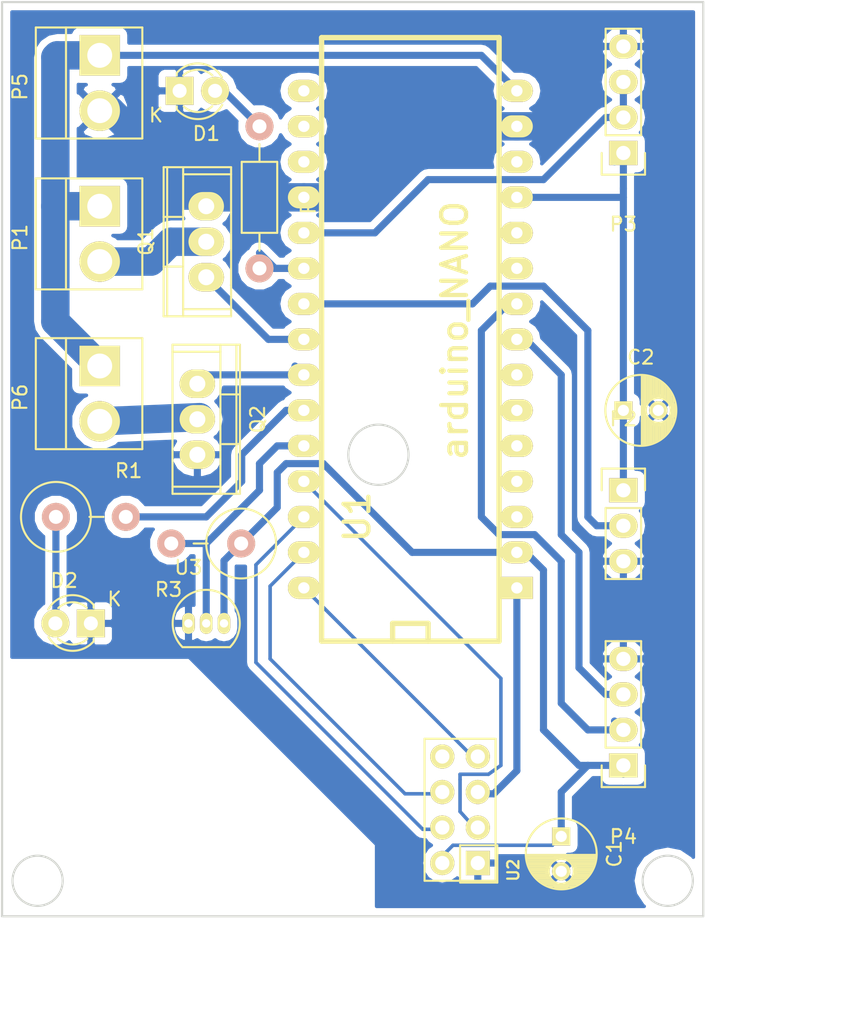
<source format=kicad_pcb>
(kicad_pcb (version 4) (host pcbnew 4.0.1-stable)

  (general
    (links 44)
    (no_connects 0)
    (area 79.299999 45.644999 144.525 120.810001)
    (thickness 1.6)
    (drawings 9)
    (tracks 127)
    (zones 0)
    (modules 18)
    (nets 23)
  )

  (page A4)
  (title_block
    (title "Light LED Control")
  )

  (layers
    (0 F.Cu signal)
    (31 B.Cu signal)
    (32 B.Adhes user)
    (33 F.Adhes user)
    (34 B.Paste user)
    (35 F.Paste user)
    (36 B.SilkS user)
    (37 F.SilkS user)
    (38 B.Mask user)
    (39 F.Mask user)
    (40 Dwgs.User user)
    (41 Cmts.User user)
    (42 Eco1.User user)
    (43 Eco2.User user)
    (44 Edge.Cuts user)
    (45 Margin user)
    (46 B.CrtYd user)
    (47 F.CrtYd user)
    (48 B.Fab user)
    (49 F.Fab user)
  )

  (setup
    (last_trace_width 0.254)
    (user_trace_width 0.254)
    (user_trace_width 0.508)
    (user_trace_width 1.016)
    (user_trace_width 2.032)
    (user_trace_width 3.048)
    (user_trace_width 4.064)
    (trace_clearance 0.2)
    (zone_clearance 0.508)
    (zone_45_only yes)
    (trace_min 0.2)
    (segment_width 0.2)
    (edge_width 0.15)
    (via_size 0.6)
    (via_drill 0.4)
    (via_min_size 0.4)
    (via_min_drill 0.3)
    (uvia_size 0.3)
    (uvia_drill 0.1)
    (uvias_allowed no)
    (uvia_min_size 0.2)
    (uvia_min_drill 0.1)
    (pcb_text_width 0.3)
    (pcb_text_size 1.5 1.5)
    (mod_edge_width 0.15)
    (mod_text_size 1 1)
    (mod_text_width 0.15)
    (pad_size 1.524 1.524)
    (pad_drill 0.762)
    (pad_to_mask_clearance 0.2)
    (aux_axis_origin 79.375 111.125)
    (grid_origin 79.375 111.125)
    (visible_elements 7FFFFFFF)
    (pcbplotparams
      (layerselection 0x00030_80000001)
      (usegerberextensions false)
      (excludeedgelayer true)
      (linewidth 0.100000)
      (plotframeref false)
      (viasonmask false)
      (mode 1)
      (useauxorigin false)
      (hpglpennumber 1)
      (hpglpenspeed 20)
      (hpglpendiameter 15)
      (hpglpenoverlay 2)
      (psnegative false)
      (psa4output false)
      (plotreference true)
      (plotvalue true)
      (plotinvisibletext false)
      (padsonsilk false)
      (subtractmaskfromsilk false)
      (outputformat 1)
      (mirror false)
      (drillshape 1)
      (scaleselection 1)
      (outputdirectory ""))
  )

  (net 0 "")
  (net 1 /3V3)
  (net 2 GND)
  (net 3 "Net-(D1-Pad2)")
  (net 4 "Net-(D2-Pad2)")
  (net 5 VCC)
  (net 6 "Net-(P1-Pad2)")
  (net 7 /5V)
  (net 8 /PIRD)
  (net 9 /RFd)
  (net 10 /SCL)
  (net 11 /SDA)
  (net 12 "Net-(Q1-Pad1)")
  (net 13 "Net-(R1-Pad2)")
  (net 14 "Net-(R2-Pad2)")
  (net 15 /MISO)
  (net 16 /MOSI)
  (net 17 /CE)
  (net 18 /CSN)
  (net 19 "Net-(P6-Pad2)")
  (net 20 "Net-(Q2-Pad1)")
  (net 21 /SCK)
  (net 22 /TEMP)

  (net_class Default "Toto je výchozí třída sítě."
    (clearance 0.2)
    (trace_width 0.254)
    (via_dia 0.6)
    (via_drill 0.4)
    (uvia_dia 0.3)
    (uvia_drill 0.1)
    (add_net /CE)
    (add_net /CSN)
    (add_net /MISO)
    (add_net /MOSI)
    (add_net /PIRD)
    (add_net /RFd)
    (add_net /SCK)
    (add_net /SCL)
    (add_net /SDA)
    (add_net /TEMP)
    (add_net GND)
    (add_net "Net-(D1-Pad2)")
    (add_net "Net-(D2-Pad2)")
    (add_net "Net-(P1-Pad2)")
    (add_net "Net-(P6-Pad2)")
    (add_net "Net-(Q1-Pad1)")
    (add_net "Net-(Q2-Pad1)")
    (add_net "Net-(R1-Pad2)")
    (add_net "Net-(R2-Pad2)")
    (add_net VCC)
  )

  (net_class Double ""
    (clearance 0.2)
    (trace_width 0.508)
    (via_dia 0.6)
    (via_drill 0.4)
    (uvia_dia 0.3)
    (uvia_drill 0.1)
    (add_net /3V3)
    (add_net /5V)
  )

  (net_class Single ""
    (clearance 0.2)
    (trace_width 1.016)
    (via_dia 0.6)
    (via_drill 0.4)
    (uvia_dia 0.3)
    (uvia_drill 0.1)
  )

  (module mysensors_radios:NRF24L01 (layer F.Cu) (tedit 5587F36C) (tstamp 574688D2)
    (at 114.935 108.839 270)
    (descr NRF24L01)
    (tags "nRF 24 NRF24L01 NRF24L01+")
    (path /5745BE0F)
    (fp_text reference U2 (at -1.016 -1.016 270) (layer F.SilkS)
      (effects (font (size 0.8 0.8) (thickness 0.16)))
    )
    (fp_text value nRF24L01+ (at -8.382 7.112 270) (layer F.Fab) hide
      (effects (font (size 0.8 0.8) (thickness 0.16)))
    )
    (fp_line (start -15.25 28.8) (end 0 28.8) (layer F.CrtYd) (width 0.15))
    (fp_line (start 0 28.8) (end 0 0) (layer F.CrtYd) (width 0.15))
    (fp_line (start 0 0) (end -15.25 0) (layer F.CrtYd) (width 0.15))
    (fp_line (start -15.25 0) (end -15.25 28.8) (layer F.CrtYd) (width 0.15))
    (fp_line (start -2.794 0.127) (end -0.127 0.127) (layer F.SilkS) (width 0.15))
    (fp_line (start -0.127 0.127) (end -0.127 2.794) (layer F.SilkS) (width 0.15))
    (fp_line (start 0 0) (end -15.25 0) (layer B.CrtYd) (width 0.15))
    (fp_line (start -15.25 0) (end -15.25 28.8) (layer B.CrtYd) (width 0.15))
    (fp_line (start -15.25 28.8) (end 0 28.8) (layer B.CrtYd) (width 0.15))
    (fp_line (start 0 28.8) (end 0 0) (layer B.CrtYd) (width 0.15))
    (fp_line (start -7.874 0.254) (end -10.414 0.254) (layer F.SilkS) (width 0.15))
    (fp_line (start -10.414 0.254) (end -10.414 2.794) (layer F.SilkS) (width 0.15))
    (fp_line (start -2.794 0.254) (end -2.794 2.794) (layer F.SilkS) (width 0.15))
    (fp_line (start -2.794 2.794) (end -0.254 2.794) (layer F.SilkS) (width 0.15))
    (fp_line (start -10.894 -0.226) (end -10.894 5.824) (layer F.CrtYd) (width 0.05))
    (fp_line (start 0.256 -0.226) (end 0.256 5.824) (layer F.CrtYd) (width 0.05))
    (fp_line (start -10.894 -0.226) (end 0.256 -0.226) (layer F.CrtYd) (width 0.05))
    (fp_line (start -10.894 5.824) (end 0.256 5.824) (layer F.CrtYd) (width 0.05))
    (fp_line (start -7.874 0.254) (end -0.254 0.254) (layer F.SilkS) (width 0.15))
    (fp_line (start -0.254 0.254) (end -0.254 5.334) (layer F.SilkS) (width 0.15))
    (fp_line (start -0.254 5.334) (end -10.414 5.334) (layer F.SilkS) (width 0.15))
    (fp_line (start -10.414 5.334) (end -10.414 2.794) (layer F.SilkS) (width 0.15))
    (pad 7 thru_hole oval (at -9.144 1.524 270) (size 1.7272 1.7272) (drill 1.016) (layers *.Cu *.Mask F.SilkS)
      (net 15 /MISO))
    (pad 8 thru_hole oval (at -9.144 4.064 270) (size 1.7272 1.7272) (drill 1.016) (layers *.Cu *.Mask F.SilkS))
    (pad 5 thru_hole oval (at -6.604 1.524 270) (size 1.7272 1.7272) (drill 1.016) (layers *.Cu *.Mask F.SilkS)
      (net 21 /SCK))
    (pad 6 thru_hole oval (at -6.604 4.064 270) (size 1.7272 1.7272) (drill 1.016) (layers *.Cu *.Mask F.SilkS)
      (net 16 /MOSI))
    (pad 3 thru_hole oval (at -4.064 1.524 270) (size 1.7272 1.7272) (drill 1.016) (layers *.Cu *.Mask F.SilkS)
      (net 17 /CE))
    (pad 4 thru_hole oval (at -4.064 4.064 270) (size 1.7272 1.7272) (drill 1.016) (layers *.Cu *.Mask F.SilkS)
      (net 18 /CSN))
    (pad 1 thru_hole rect (at -1.524 1.524 270) (size 1.7272 1.7272) (drill 1.016) (layers *.Cu *.Mask F.SilkS)
      (net 2 GND))
    (pad 2 thru_hole oval (at -1.524 4.064 270) (size 1.7272 1.7272) (drill 1.016) (layers *.Cu *.Mask F.SilkS)
      (net 1 /3V3))
    (model Socket_Strips.3dshapes/Socket_Strip_Straight_2x04.wrl
      (at (xyz -0.21 -0.11 0))
      (scale (xyz 1 1 1))
      (rotate (xyz 0 0 0))
    )
    (model Pin_Headers.3dshapes/Pin_Header_Straight_2x04.wrl
      (at (xyz -0.21 -0.11 0.442))
      (scale (xyz 1 1 1))
      (rotate (xyz 0 180 0))
    )
    (model mysensors.3dshapes/nrf24l01.wrl
      (at (xyz -0.3 -0.5669999999999999 0.475))
      (scale (xyz 0.395 0.395 0.395))
      (rotate (xyz 0 0 0))
    )
    (model Housings_DFN_QFN.3dshapes/QFN-20-1EP_4x4mm_Pitch0.5mm.wrl
      (at (xyz -0.22 -0.51 0.509))
      (scale (xyz 1 1 1))
      (rotate (xyz 0 0 0))
    )
    (model mysensors.3dshapes/w.lain.3dshapes/crystal/crystal_hc-49s.wrl
      (at (xyz -0.5 -0.475 0.51))
      (scale (xyz 1 1 1))
      (rotate (xyz 0 0 90))
    )
  )

  (module Capacitors_ThroughHole:C_Radial_D5_L11_P2.5 (layer F.Cu) (tedit 0) (tstamp 5746888A)
    (at 119.38 105.41 270)
    (descr "Radial Electrolytic Capacitor Diameter 5mm x Length 11mm, Pitch 2.5mm")
    (tags "Electrolytic Capacitor")
    (path /57463108)
    (fp_text reference C1 (at 1.25 -3.8 270) (layer F.SilkS)
      (effects (font (size 1 1) (thickness 0.15)))
    )
    (fp_text value 10u (at 1.25 3.8 270) (layer F.Fab)
      (effects (font (size 1 1) (thickness 0.15)))
    )
    (fp_line (start 1.325 -2.499) (end 1.325 2.499) (layer F.SilkS) (width 0.15))
    (fp_line (start 1.465 -2.491) (end 1.465 2.491) (layer F.SilkS) (width 0.15))
    (fp_line (start 1.605 -2.475) (end 1.605 -0.095) (layer F.SilkS) (width 0.15))
    (fp_line (start 1.605 0.095) (end 1.605 2.475) (layer F.SilkS) (width 0.15))
    (fp_line (start 1.745 -2.451) (end 1.745 -0.49) (layer F.SilkS) (width 0.15))
    (fp_line (start 1.745 0.49) (end 1.745 2.451) (layer F.SilkS) (width 0.15))
    (fp_line (start 1.885 -2.418) (end 1.885 -0.657) (layer F.SilkS) (width 0.15))
    (fp_line (start 1.885 0.657) (end 1.885 2.418) (layer F.SilkS) (width 0.15))
    (fp_line (start 2.025 -2.377) (end 2.025 -0.764) (layer F.SilkS) (width 0.15))
    (fp_line (start 2.025 0.764) (end 2.025 2.377) (layer F.SilkS) (width 0.15))
    (fp_line (start 2.165 -2.327) (end 2.165 -0.835) (layer F.SilkS) (width 0.15))
    (fp_line (start 2.165 0.835) (end 2.165 2.327) (layer F.SilkS) (width 0.15))
    (fp_line (start 2.305 -2.266) (end 2.305 -0.879) (layer F.SilkS) (width 0.15))
    (fp_line (start 2.305 0.879) (end 2.305 2.266) (layer F.SilkS) (width 0.15))
    (fp_line (start 2.445 -2.196) (end 2.445 -0.898) (layer F.SilkS) (width 0.15))
    (fp_line (start 2.445 0.898) (end 2.445 2.196) (layer F.SilkS) (width 0.15))
    (fp_line (start 2.585 -2.114) (end 2.585 -0.896) (layer F.SilkS) (width 0.15))
    (fp_line (start 2.585 0.896) (end 2.585 2.114) (layer F.SilkS) (width 0.15))
    (fp_line (start 2.725 -2.019) (end 2.725 -0.871) (layer F.SilkS) (width 0.15))
    (fp_line (start 2.725 0.871) (end 2.725 2.019) (layer F.SilkS) (width 0.15))
    (fp_line (start 2.865 -1.908) (end 2.865 -0.823) (layer F.SilkS) (width 0.15))
    (fp_line (start 2.865 0.823) (end 2.865 1.908) (layer F.SilkS) (width 0.15))
    (fp_line (start 3.005 -1.78) (end 3.005 -0.745) (layer F.SilkS) (width 0.15))
    (fp_line (start 3.005 0.745) (end 3.005 1.78) (layer F.SilkS) (width 0.15))
    (fp_line (start 3.145 -1.631) (end 3.145 -0.628) (layer F.SilkS) (width 0.15))
    (fp_line (start 3.145 0.628) (end 3.145 1.631) (layer F.SilkS) (width 0.15))
    (fp_line (start 3.285 -1.452) (end 3.285 -0.44) (layer F.SilkS) (width 0.15))
    (fp_line (start 3.285 0.44) (end 3.285 1.452) (layer F.SilkS) (width 0.15))
    (fp_line (start 3.425 -1.233) (end 3.425 1.233) (layer F.SilkS) (width 0.15))
    (fp_line (start 3.565 -0.944) (end 3.565 0.944) (layer F.SilkS) (width 0.15))
    (fp_line (start 3.705 -0.472) (end 3.705 0.472) (layer F.SilkS) (width 0.15))
    (fp_circle (center 2.5 0) (end 2.5 -0.9) (layer F.SilkS) (width 0.15))
    (fp_circle (center 1.25 0) (end 1.25 -2.5375) (layer F.SilkS) (width 0.15))
    (fp_circle (center 1.25 0) (end 1.25 -2.8) (layer F.CrtYd) (width 0.05))
    (pad 1 thru_hole rect (at 0 0 270) (size 1.3 1.3) (drill 0.8) (layers *.Cu *.Mask F.SilkS)
      (net 1 /3V3))
    (pad 2 thru_hole circle (at 2.5 0 270) (size 1.3 1.3) (drill 0.8) (layers *.Cu *.Mask F.SilkS)
      (net 2 GND))
    (model Capacitors_ThroughHole.3dshapes/C_Radial_D5_L11_P2.5.wrl
      (at (xyz 0.049213 0 0))
      (scale (xyz 1 1 1))
      (rotate (xyz 0 0 90))
    )
  )

  (module LEDs:LED-3MM (layer F.Cu) (tedit 5749FAFD) (tstamp 57468896)
    (at 85.725 90.17 180)
    (descr "LED 3mm round vertical")
    (tags "LED  3mm round vertical")
    (path /57461262)
    (fp_text reference D2 (at 1.91 3.06 180) (layer F.SilkS)
      (effects (font (size 1 1) (thickness 0.15)))
    )
    (fp_text value "LED Move" (at 1.27 -3.175 180) (layer F.Fab)
      (effects (font (size 1 1) (thickness 0.15)))
    )
    (fp_line (start -1.2 2.3) (end 3.8 2.3) (layer F.CrtYd) (width 0.05))
    (fp_line (start 3.8 2.3) (end 3.8 -2.2) (layer F.CrtYd) (width 0.05))
    (fp_line (start 3.8 -2.2) (end -1.2 -2.2) (layer F.CrtYd) (width 0.05))
    (fp_line (start -1.2 -2.2) (end -1.2 2.3) (layer F.CrtYd) (width 0.05))
    (fp_line (start -0.199 1.314) (end -0.199 1.114) (layer F.SilkS) (width 0.15))
    (fp_line (start -0.199 -1.28) (end -0.199 -1.1) (layer F.SilkS) (width 0.15))
    (fp_arc (start 1.301 0.034) (end -0.199 -1.286) (angle 108.5) (layer F.SilkS) (width 0.15))
    (fp_arc (start 1.301 0.034) (end 0.25 -1.1) (angle 85.7) (layer F.SilkS) (width 0.15))
    (fp_arc (start 1.311 0.034) (end 3.051 0.994) (angle 110) (layer F.SilkS) (width 0.15))
    (fp_arc (start 1.301 0.034) (end 2.335 1.094) (angle 87.5) (layer F.SilkS) (width 0.15))
    (fp_text user K (at -1.69 1.74 180) (layer F.SilkS)
      (effects (font (size 1 1) (thickness 0.15)))
    )
    (pad 1 thru_hole rect (at 0 0 270) (size 2 2) (drill 1.00076) (layers *.Cu *.Mask F.SilkS)
      (net 2 GND))
    (pad 2 thru_hole circle (at 2.54 0 180) (size 2 2) (drill 1.00076) (layers *.Cu *.Mask F.SilkS)
      (net 4 "Net-(D2-Pad2)"))
    (model LEDs.3dshapes/LED-3MM.wrl
      (at (xyz 0.05 0 0))
      (scale (xyz 1 1 1))
      (rotate (xyz 0 0 90))
    )
  )

  (module Pin_Headers:Pin_Header_Straight_1x02_Pitch3.96mm_Friction_Lock (layer F.Cu) (tedit 5749FAB0) (tstamp 5746889C)
    (at 86.36 60.325 270)
    (descr "Header Pin, Unshrouded, Friction Lock, Pitch 0.156\" (3.96mm)")
    (tags "Pin Header Straight 1x02 Pitch3.96mm 640445-2")
    (path /5745DD52)
    (fp_text reference P1 (at 2.25 5.7 270) (layer F.SilkS)
      (effects (font (size 1 1) (thickness 0.15)))
    )
    (fp_text value "LED Light" (at 1.905 5.715 270) (layer F.Fab)
      (effects (font (size 1 1) (thickness 0.15)))
    )
    (fp_line (start -2.25 -3.3) (end 6.2 -3.3) (layer F.CrtYd) (width 0.05))
    (fp_line (start 6.2 -3.3) (end 6.2 4.85) (layer F.CrtYd) (width 0.05))
    (fp_line (start 6.2 4.85) (end -2.25 4.85) (layer F.CrtYd) (width 0.05))
    (fp_line (start -2.25 4.85) (end -2.25 -3.3) (layer F.CrtYd) (width 0.05))
    (fp_line (start -1.9939 -3.048) (end 5.9309 -3.048) (layer F.SilkS) (width 0.15))
    (fp_line (start -1.9939 4.572) (end 5.9309 4.572) (layer F.SilkS) (width 0.15))
    (fp_line (start -1.9939 2.413) (end 5.9309 2.413) (layer F.SilkS) (width 0.15))
    (fp_line (start 5.95 -3.048) (end 5.95 4.572) (layer F.SilkS) (width 0.15))
    (fp_line (start -1.9939 -3.048) (end -1.9939 4.572) (layer F.SilkS) (width 0.15))
    (pad 1 thru_hole rect (at 0 0 270) (size 2.9 2.9) (drill 1.78) (layers *.Cu *.Mask F.SilkS)
      (net 5 VCC))
    (pad 2 thru_hole circle (at 3.96 0 270) (size 2.9 2.9) (drill 1.78) (layers *.Cu *.Mask F.SilkS)
      (net 6 "Net-(P1-Pad2)"))
    (model Pin_Headers.3dshapes/Pin_Header_Straight_1x02_Pitch3.96mm_Friction_Lock.wrl
      (at (xyz 0.08 0 0.125))
      (scale (xyz 0.39 0.39 0.39))
      (rotate (xyz 0 0 180))
    )
  )

  (module Pin_Headers:Pin_Header_Straight_1x03 (layer F.Cu) (tedit 5749F2AC) (tstamp 574688A3)
    (at 123.825 80.645)
    (descr "Through hole pin header")
    (tags "pin header")
    (path /5745DFB2)
    (fp_text reference P2 (at 0 -5.1) (layer F.SilkS)
      (effects (font (size 1 1) (thickness 0.15)))
    )
    (fp_text value "PIR Sensor" (at 3.302 2.54 90) (layer F.Fab)
      (effects (font (size 1 1) (thickness 0.15)))
    )
    (fp_line (start -1.75 -1.75) (end -1.75 6.85) (layer F.CrtYd) (width 0.05))
    (fp_line (start 1.75 -1.75) (end 1.75 6.85) (layer F.CrtYd) (width 0.05))
    (fp_line (start -1.75 -1.75) (end 1.75 -1.75) (layer F.CrtYd) (width 0.05))
    (fp_line (start -1.75 6.85) (end 1.75 6.85) (layer F.CrtYd) (width 0.05))
    (fp_line (start -1.27 1.27) (end -1.27 6.35) (layer F.SilkS) (width 0.15))
    (fp_line (start -1.27 6.35) (end 1.27 6.35) (layer F.SilkS) (width 0.15))
    (fp_line (start 1.27 6.35) (end 1.27 1.27) (layer F.SilkS) (width 0.15))
    (fp_line (start 1.55 -1.55) (end 1.55 0) (layer F.SilkS) (width 0.15))
    (fp_line (start 1.27 1.27) (end -1.27 1.27) (layer F.SilkS) (width 0.15))
    (fp_line (start -1.55 0) (end -1.55 -1.55) (layer F.SilkS) (width 0.15))
    (fp_line (start -1.55 -1.55) (end 1.55 -1.55) (layer F.SilkS) (width 0.15))
    (pad 1 thru_hole rect (at 0 0) (size 2.032 1.7272) (drill 1.016) (layers *.Cu *.Mask F.SilkS)
      (net 7 /5V))
    (pad 2 thru_hole oval (at 0 2.54) (size 2.032 1.7272) (drill 1.016) (layers *.Cu *.Mask F.SilkS)
      (net 8 /PIRD))
    (pad 3 thru_hole oval (at 0 5.08) (size 2.032 1.7272) (drill 1.016) (layers *.Cu *.Mask F.SilkS)
      (net 2 GND))
    (model Pin_Headers.3dshapes/Pin_Header_Straight_1x03.wrl
      (at (xyz 0 -0.1 0))
      (scale (xyz 1 1 1))
      (rotate (xyz 0 0 90))
    )
  )

  (module Pin_Headers:Pin_Header_Straight_1x04 (layer F.Cu) (tedit 5749F2B9) (tstamp 574688AB)
    (at 123.825 56.515 180)
    (descr "Through hole pin header")
    (tags "pin header")
    (path /5745EBF6)
    (fp_text reference P3 (at 0 -5.1 180) (layer F.SilkS)
      (effects (font (size 1 1) (thickness 0.15)))
    )
    (fp_text value "RF433 Receiver" (at -3.556 3.81 270) (layer F.Fab)
      (effects (font (size 1 1) (thickness 0.15)))
    )
    (fp_line (start -1.75 -1.75) (end -1.75 9.4) (layer F.CrtYd) (width 0.05))
    (fp_line (start 1.75 -1.75) (end 1.75 9.4) (layer F.CrtYd) (width 0.05))
    (fp_line (start -1.75 -1.75) (end 1.75 -1.75) (layer F.CrtYd) (width 0.05))
    (fp_line (start -1.75 9.4) (end 1.75 9.4) (layer F.CrtYd) (width 0.05))
    (fp_line (start -1.27 1.27) (end -1.27 8.89) (layer F.SilkS) (width 0.15))
    (fp_line (start 1.27 1.27) (end 1.27 8.89) (layer F.SilkS) (width 0.15))
    (fp_line (start 1.55 -1.55) (end 1.55 0) (layer F.SilkS) (width 0.15))
    (fp_line (start -1.27 8.89) (end 1.27 8.89) (layer F.SilkS) (width 0.15))
    (fp_line (start 1.27 1.27) (end -1.27 1.27) (layer F.SilkS) (width 0.15))
    (fp_line (start -1.55 0) (end -1.55 -1.55) (layer F.SilkS) (width 0.15))
    (fp_line (start -1.55 -1.55) (end 1.55 -1.55) (layer F.SilkS) (width 0.15))
    (pad 1 thru_hole rect (at 0 0 180) (size 2.032 1.7272) (drill 1.016) (layers *.Cu *.Mask F.SilkS)
      (net 7 /5V))
    (pad 2 thru_hole oval (at 0 2.54 180) (size 2.032 1.7272) (drill 1.016) (layers *.Cu *.Mask F.SilkS)
      (net 9 /RFd))
    (pad 3 thru_hole oval (at 0 5.08 180) (size 2.032 1.7272) (drill 1.016) (layers *.Cu *.Mask F.SilkS)
      (net 9 /RFd))
    (pad 4 thru_hole oval (at 0 7.62 180) (size 2.032 1.7272) (drill 1.016) (layers *.Cu *.Mask F.SilkS)
      (net 2 GND))
    (model Pin_Headers.3dshapes/Pin_Header_Straight_1x04.wrl
      (at (xyz 0 -0.15 0))
      (scale (xyz 1 1 1))
      (rotate (xyz 0 0 90))
    )
  )

  (module Pin_Headers:Pin_Header_Straight_1x04 (layer F.Cu) (tedit 5749F2A3) (tstamp 574688B3)
    (at 123.825 100.33 180)
    (descr "Through hole pin header")
    (tags "pin header")
    (path /57460156)
    (fp_text reference P4 (at 0 -5.1 180) (layer F.SilkS)
      (effects (font (size 1 1) (thickness 0.15)))
    )
    (fp_text value "Light Sensor" (at -3.302 3.556 270) (layer F.Fab)
      (effects (font (size 1 1) (thickness 0.15)))
    )
    (fp_line (start -1.75 -1.75) (end -1.75 9.4) (layer F.CrtYd) (width 0.05))
    (fp_line (start 1.75 -1.75) (end 1.75 9.4) (layer F.CrtYd) (width 0.05))
    (fp_line (start -1.75 -1.75) (end 1.75 -1.75) (layer F.CrtYd) (width 0.05))
    (fp_line (start -1.75 9.4) (end 1.75 9.4) (layer F.CrtYd) (width 0.05))
    (fp_line (start -1.27 1.27) (end -1.27 8.89) (layer F.SilkS) (width 0.15))
    (fp_line (start 1.27 1.27) (end 1.27 8.89) (layer F.SilkS) (width 0.15))
    (fp_line (start 1.55 -1.55) (end 1.55 0) (layer F.SilkS) (width 0.15))
    (fp_line (start -1.27 8.89) (end 1.27 8.89) (layer F.SilkS) (width 0.15))
    (fp_line (start 1.27 1.27) (end -1.27 1.27) (layer F.SilkS) (width 0.15))
    (fp_line (start -1.55 0) (end -1.55 -1.55) (layer F.SilkS) (width 0.15))
    (fp_line (start -1.55 -1.55) (end 1.55 -1.55) (layer F.SilkS) (width 0.15))
    (pad 1 thru_hole rect (at 0 0 180) (size 2.032 1.7272) (drill 1.016) (layers *.Cu *.Mask F.SilkS)
      (net 1 /3V3))
    (pad 2 thru_hole oval (at 0 2.54 180) (size 2.032 1.7272) (drill 1.016) (layers *.Cu *.Mask F.SilkS)
      (net 10 /SCL))
    (pad 3 thru_hole oval (at 0 5.08 180) (size 2.032 1.7272) (drill 1.016) (layers *.Cu *.Mask F.SilkS)
      (net 11 /SDA))
    (pad 4 thru_hole oval (at 0 7.62 180) (size 2.032 1.7272) (drill 1.016) (layers *.Cu *.Mask F.SilkS)
      (net 2 GND))
    (model Pin_Headers.3dshapes/Pin_Header_Straight_1x04.wrl
      (at (xyz 0 -0.15 0))
      (scale (xyz 1 1 1))
      (rotate (xyz 0 0 90))
    )
  )

  (module Power_Integrations:TO-220 (layer F.Cu) (tedit 0) (tstamp 574688BA)
    (at 93.98 62.865 90)
    (descr "Non Isolated JEDEC TO-220 Package")
    (tags "Power Integration YN Package")
    (path /5745DBB2)
    (fp_text reference Q1 (at 0 -4.318 90) (layer F.SilkS)
      (effects (font (size 1 1) (thickness 0.15)))
    )
    (fp_text value IRLZ44N (at 0 -4.318 90) (layer F.Fab)
      (effects (font (size 1 1) (thickness 0.15)))
    )
    (fp_line (start 4.826 -1.651) (end 4.826 1.778) (layer F.SilkS) (width 0.15))
    (fp_line (start -4.826 -1.651) (end -4.826 1.778) (layer F.SilkS) (width 0.15))
    (fp_line (start 5.334 -2.794) (end -5.334 -2.794) (layer F.SilkS) (width 0.15))
    (fp_line (start 1.778 -1.778) (end 1.778 -3.048) (layer F.SilkS) (width 0.15))
    (fp_line (start -1.778 -1.778) (end -1.778 -3.048) (layer F.SilkS) (width 0.15))
    (fp_line (start -5.334 -1.651) (end 5.334 -1.651) (layer F.SilkS) (width 0.15))
    (fp_line (start 5.334 1.778) (end -5.334 1.778) (layer F.SilkS) (width 0.15))
    (fp_line (start -5.334 -3.048) (end -5.334 1.778) (layer F.SilkS) (width 0.15))
    (fp_line (start 5.334 -3.048) (end 5.334 1.778) (layer F.SilkS) (width 0.15))
    (fp_line (start 5.334 -3.048) (end -5.334 -3.048) (layer F.SilkS) (width 0.15))
    (pad 2 thru_hole oval (at 0 0 90) (size 2.032 2.54) (drill 1.143) (layers *.Cu *.Mask F.SilkS)
      (net 6 "Net-(P1-Pad2)"))
    (pad 3 thru_hole oval (at 2.54 0 90) (size 2.032 2.54) (drill 1.143) (layers *.Cu *.Mask F.SilkS)
      (net 2 GND))
    (pad 1 thru_hole oval (at -2.54 0 90) (size 2.032 2.54) (drill 1.143) (layers *.Cu *.Mask F.SilkS)
      (net 12 "Net-(Q1-Pad1)"))
  )

  (module arduino:arduino_mini (layer F.Cu) (tedit 507C2E55) (tstamp 57468B07)
    (at 108.585 68.58 90)
    (descr "30 pins DIL package, elliptical pads, width 600mil (arduino mini)")
    (tags "DIL arduino mini")
    (path /5745C3A7)
    (fp_text reference U1 (at -13.97 -3.81 90) (layer F.SilkS)
      (effects (font (size 1.778 1.778) (thickness 0.3048)))
    )
    (fp_text value arduino_NANO (at -0.635 3.175 90) (layer F.SilkS)
      (effects (font (size 1.778 1.778) (thickness 0.3048)))
    )
    (fp_line (start -22.86 -6.35) (end 20.32 -6.35) (layer F.SilkS) (width 0.381))
    (fp_line (start 20.32 -6.35) (end 20.32 6.35) (layer F.SilkS) (width 0.381))
    (fp_line (start 20.32 6.35) (end -22.86 6.35) (layer F.SilkS) (width 0.381))
    (fp_line (start -22.86 6.35) (end -22.86 -6.35) (layer F.SilkS) (width 0.381))
    (fp_line (start -22.86 1.27) (end -21.59 1.27) (layer F.SilkS) (width 0.381))
    (fp_line (start -21.59 1.27) (end -21.59 -1.27) (layer F.SilkS) (width 0.381))
    (fp_line (start -21.59 -1.27) (end -22.86 -1.27) (layer F.SilkS) (width 0.381))
    (pad 1 thru_hole rect (at -19.05 7.62 90) (size 1.5748 2.286) (drill 0.8128) (layers *.Cu *.Mask F.SilkS)
      (net 21 /SCK))
    (pad 2 thru_hole oval (at -16.51 7.62 90) (size 1.5748 2.286) (drill 0.8128) (layers *.Cu *.Mask F.SilkS)
      (net 1 /3V3))
    (pad 3 thru_hole oval (at -13.97 7.62 90) (size 1.5748 2.286) (drill 0.8128) (layers *.Cu *.Mask F.SilkS))
    (pad 4 thru_hole oval (at -11.43 7.62 90) (size 1.5748 2.286) (drill 0.8128) (layers *.Cu *.Mask F.SilkS))
    (pad 5 thru_hole oval (at -8.89 7.62 90) (size 1.5748 2.286) (drill 0.8128) (layers *.Cu *.Mask F.SilkS))
    (pad 6 thru_hole oval (at -6.35 7.62 90) (size 1.5748 2.286) (drill 0.8128) (layers *.Cu *.Mask F.SilkS))
    (pad 7 thru_hole oval (at -3.81 7.62 90) (size 1.5748 2.286) (drill 0.8128) (layers *.Cu *.Mask F.SilkS))
    (pad 8 thru_hole oval (at -1.27 7.62 90) (size 1.5748 2.286) (drill 0.8128) (layers *.Cu *.Mask F.SilkS)
      (net 11 /SDA))
    (pad 9 thru_hole oval (at 1.27 7.62 90) (size 1.5748 2.286) (drill 0.8128) (layers *.Cu *.Mask F.SilkS)
      (net 10 /SCL))
    (pad 10 thru_hole oval (at 3.81 7.62 90) (size 1.5748 2.286) (drill 0.8128) (layers *.Cu *.Mask F.SilkS))
    (pad 11 thru_hole oval (at 6.35 7.62 90) (size 1.5748 2.286) (drill 0.8128) (layers *.Cu *.Mask F.SilkS))
    (pad 12 thru_hole oval (at 8.89 7.62 90) (size 1.5748 2.286) (drill 0.8128) (layers *.Cu *.Mask F.SilkS)
      (net 7 /5V))
    (pad 13 thru_hole oval (at 11.43 7.62 90) (size 1.5748 2.286) (drill 0.8128) (layers *.Cu *.Mask F.SilkS))
    (pad 14 thru_hole oval (at 13.97 7.62 90) (size 1.5748 2.286) (drill 0.8128) (layers *.Cu *.Mask F.SilkS)
      (net 2 GND))
    (pad 15 thru_hole oval (at 16.51 7.62 90) (size 1.5748 2.286) (drill 0.8128) (layers *.Cu *.Mask F.SilkS)
      (net 5 VCC))
    (pad 16 thru_hole oval (at 16.51 -7.62 90) (size 1.5748 2.286) (drill 0.8128) (layers *.Cu *.Mask F.SilkS))
    (pad 17 thru_hole oval (at 13.97 -7.62 90) (size 1.5748 2.286) (drill 0.8128) (layers *.Cu *.Mask F.SilkS))
    (pad 18 thru_hole oval (at 11.43 -7.62 90) (size 1.5748 2.286) (drill 0.8128) (layers *.Cu *.Mask F.SilkS))
    (pad 19 thru_hole oval (at 8.89 -7.62 90) (size 1.5748 2.286) (drill 0.8128) (layers *.Cu *.Mask F.SilkS)
      (net 2 GND))
    (pad 20 thru_hole oval (at 6.35 -7.62 90) (size 1.5748 2.286) (drill 0.8128) (layers *.Cu *.Mask F.SilkS)
      (net 9 /RFd))
    (pad 21 thru_hole oval (at 3.81 -7.62 90) (size 1.5748 2.286) (drill 0.8128) (layers *.Cu *.Mask F.SilkS)
      (net 14 "Net-(R2-Pad2)"))
    (pad 22 thru_hole oval (at 1.27 -7.62 90) (size 1.5748 2.286) (drill 0.8128) (layers *.Cu *.Mask F.SilkS)
      (net 8 /PIRD))
    (pad 23 thru_hole oval (at -1.27 -7.62 90) (size 1.5748 2.286) (drill 0.8128) (layers *.Cu *.Mask F.SilkS)
      (net 12 "Net-(Q1-Pad1)"))
    (pad 24 thru_hole oval (at -3.81 -7.62 90) (size 1.5748 2.286) (drill 0.8128) (layers *.Cu *.Mask F.SilkS)
      (net 20 "Net-(Q2-Pad1)"))
    (pad 25 thru_hole oval (at -6.35 -7.62 90) (size 1.5748 2.286) (drill 0.8128) (layers *.Cu *.Mask F.SilkS)
      (net 13 "Net-(R1-Pad2)"))
    (pad 26 thru_hole oval (at -8.89 -7.62 90) (size 1.5748 2.286) (drill 0.8128) (layers *.Cu *.Mask F.SilkS)
      (net 22 /TEMP))
    (pad 27 thru_hole oval (at -11.43 -7.62 90) (size 1.5748 2.286) (drill 0.8128) (layers *.Cu *.Mask F.SilkS)
      (net 17 /CE))
    (pad 28 thru_hole oval (at -13.97 -7.62 90) (size 1.5748 2.286) (drill 0.8128) (layers *.Cu *.Mask F.SilkS)
      (net 18 /CSN))
    (pad 29 thru_hole oval (at -16.51 -7.62 90) (size 1.5748 2.286) (drill 0.8128) (layers *.Cu *.Mask F.SilkS)
      (net 16 /MOSI))
    (pad 30 thru_hole oval (at -19.05 -7.62 90) (size 1.5748 2.286) (drill 0.8128) (layers *.Cu *.Mask F.SilkS)
      (net 15 /MISO))
    (model arduino_nano.wrl
      (at (xyz -0.978 -0.385 0))
      (scale (xyz 0.3937 0.3937 0.3937))
      (rotate (xyz 0 0 0))
    )
  )

  (module Pin_Headers:Pin_Header_Straight_1x02_Pitch3.96mm_Friction_Lock (layer F.Cu) (tedit 5749FAC9) (tstamp 57482B88)
    (at 86.36 49.53 270)
    (descr "Header Pin, Unshrouded, Friction Lock, Pitch 0.156\" (3.96mm)")
    (tags "Pin Header Straight 1x02 Pitch3.96mm 640445-2")
    (path /574698A3)
    (fp_text reference P5 (at 2.25 5.7 270) (layer F.SilkS)
      (effects (font (size 1 1) (thickness 0.15)))
    )
    (fp_text value "INPUT voltage 12V" (at -2.54 -0.635 360) (layer F.Fab)
      (effects (font (size 1 1) (thickness 0.15)))
    )
    (fp_line (start -2.25 -3.3) (end 6.2 -3.3) (layer F.CrtYd) (width 0.05))
    (fp_line (start 6.2 -3.3) (end 6.2 4.85) (layer F.CrtYd) (width 0.05))
    (fp_line (start 6.2 4.85) (end -2.25 4.85) (layer F.CrtYd) (width 0.05))
    (fp_line (start -2.25 4.85) (end -2.25 -3.3) (layer F.CrtYd) (width 0.05))
    (fp_line (start -1.9939 -3.048) (end 5.9309 -3.048) (layer F.SilkS) (width 0.15))
    (fp_line (start -1.9939 4.572) (end 5.9309 4.572) (layer F.SilkS) (width 0.15))
    (fp_line (start -1.9939 2.413) (end 5.9309 2.413) (layer F.SilkS) (width 0.15))
    (fp_line (start 5.95 -3.048) (end 5.95 4.572) (layer F.SilkS) (width 0.15))
    (fp_line (start -1.9939 -3.048) (end -1.9939 4.572) (layer F.SilkS) (width 0.15))
    (pad 1 thru_hole rect (at 0 0 270) (size 2.9 2.9) (drill 1.78) (layers *.Cu *.Mask F.SilkS)
      (net 5 VCC))
    (pad 2 thru_hole circle (at 3.96 0 270) (size 2.9 2.9) (drill 1.78) (layers *.Cu *.Mask F.SilkS)
      (net 2 GND))
    (model Pin_Headers.3dshapes/Pin_Header_Straight_1x02_Pitch3.96mm_Friction_Lock.wrl
      (at (xyz 0.08 0 0.125))
      (scale (xyz 0.39 0.39 0.39))
      (rotate (xyz 0 0 180))
    )
  )

  (module Pin_Headers:Pin_Header_Straight_1x02_Pitch3.96mm_Friction_Lock (layer F.Cu) (tedit 5749FAB7) (tstamp 57484E86)
    (at 86.36 71.755 270)
    (descr "Header Pin, Unshrouded, Friction Lock, Pitch 0.156\" (3.96mm)")
    (tags "Pin Header Straight 1x02 Pitch3.96mm 640445-2")
    (path /57485237)
    (fp_text reference P6 (at 2.25 5.7 270) (layer F.SilkS)
      (effects (font (size 1 1) (thickness 0.15)))
    )
    (fp_text value "Thermo drive" (at 1.905 5.715 270) (layer F.Fab)
      (effects (font (size 1 1) (thickness 0.15)))
    )
    (fp_line (start -2.25 -3.3) (end 6.2 -3.3) (layer F.CrtYd) (width 0.05))
    (fp_line (start 6.2 -3.3) (end 6.2 4.85) (layer F.CrtYd) (width 0.05))
    (fp_line (start 6.2 4.85) (end -2.25 4.85) (layer F.CrtYd) (width 0.05))
    (fp_line (start -2.25 4.85) (end -2.25 -3.3) (layer F.CrtYd) (width 0.05))
    (fp_line (start -1.9939 -3.048) (end 5.9309 -3.048) (layer F.SilkS) (width 0.15))
    (fp_line (start -1.9939 4.572) (end 5.9309 4.572) (layer F.SilkS) (width 0.15))
    (fp_line (start -1.9939 2.413) (end 5.9309 2.413) (layer F.SilkS) (width 0.15))
    (fp_line (start 5.95 -3.048) (end 5.95 4.572) (layer F.SilkS) (width 0.15))
    (fp_line (start -1.9939 -3.048) (end -1.9939 4.572) (layer F.SilkS) (width 0.15))
    (pad 1 thru_hole rect (at 0 0 270) (size 2.9 2.9) (drill 1.78) (layers *.Cu *.Mask F.SilkS)
      (net 5 VCC))
    (pad 2 thru_hole circle (at 3.96 0 270) (size 2.9 2.9) (drill 1.78) (layers *.Cu *.Mask F.SilkS)
      (net 19 "Net-(P6-Pad2)"))
    (model Pin_Headers.3dshapes/Pin_Header_Straight_1x02_Pitch3.96mm_Friction_Lock.wrl
      (at (xyz 0.08 0 0.125))
      (scale (xyz 0.39 0.39 0.39))
      (rotate (xyz 0 0 180))
    )
  )

  (module Power_Integrations:TO-220 (layer F.Cu) (tedit 5749FAE3) (tstamp 57484E8D)
    (at 93.345 75.565 270)
    (descr "Non Isolated JEDEC TO-220 Package")
    (tags "Power Integration YN Package")
    (path /57484ED4)
    (fp_text reference Q2 (at 0 -4.318 270) (layer F.SilkS)
      (effects (font (size 1 1) (thickness 0.15)))
    )
    (fp_text value IRLZ44N (at -0.635 2.54 270) (layer F.Fab)
      (effects (font (size 1 1) (thickness 0.15)))
    )
    (fp_line (start 4.826 -1.651) (end 4.826 1.778) (layer F.SilkS) (width 0.15))
    (fp_line (start -4.826 -1.651) (end -4.826 1.778) (layer F.SilkS) (width 0.15))
    (fp_line (start 5.334 -2.794) (end -5.334 -2.794) (layer F.SilkS) (width 0.15))
    (fp_line (start 1.778 -1.778) (end 1.778 -3.048) (layer F.SilkS) (width 0.15))
    (fp_line (start -1.778 -1.778) (end -1.778 -3.048) (layer F.SilkS) (width 0.15))
    (fp_line (start -5.334 -1.651) (end 5.334 -1.651) (layer F.SilkS) (width 0.15))
    (fp_line (start 5.334 1.778) (end -5.334 1.778) (layer F.SilkS) (width 0.15))
    (fp_line (start -5.334 -3.048) (end -5.334 1.778) (layer F.SilkS) (width 0.15))
    (fp_line (start 5.334 -3.048) (end 5.334 1.778) (layer F.SilkS) (width 0.15))
    (fp_line (start 5.334 -3.048) (end -5.334 -3.048) (layer F.SilkS) (width 0.15))
    (pad 2 thru_hole oval (at 0 0 270) (size 2.032 2.54) (drill 1.143) (layers *.Cu *.Mask F.SilkS)
      (net 19 "Net-(P6-Pad2)"))
    (pad 3 thru_hole oval (at 2.54 0 270) (size 2.032 2.54) (drill 1.143) (layers *.Cu *.Mask F.SilkS)
      (net 2 GND))
    (pad 1 thru_hole oval (at -2.54 0 270) (size 2.032 2.54) (drill 1.143) (layers *.Cu *.Mask F.SilkS)
      (net 20 "Net-(Q2-Pad1)"))
  )

  (module Capacitors_ThroughHole:C_Radial_D5_L11_P2.5 (layer F.Cu) (tedit 0) (tstamp 5749F749)
    (at 123.825 74.93)
    (descr "Radial Electrolytic Capacitor Diameter 5mm x Length 11mm, Pitch 2.5mm")
    (tags "Electrolytic Capacitor")
    (path /5749FBF4)
    (fp_text reference C2 (at 1.25 -3.8) (layer F.SilkS)
      (effects (font (size 1 1) (thickness 0.15)))
    )
    (fp_text value 10u (at 1.25 3.8) (layer F.Fab)
      (effects (font (size 1 1) (thickness 0.15)))
    )
    (fp_line (start 1.325 -2.499) (end 1.325 2.499) (layer F.SilkS) (width 0.15))
    (fp_line (start 1.465 -2.491) (end 1.465 2.491) (layer F.SilkS) (width 0.15))
    (fp_line (start 1.605 -2.475) (end 1.605 -0.095) (layer F.SilkS) (width 0.15))
    (fp_line (start 1.605 0.095) (end 1.605 2.475) (layer F.SilkS) (width 0.15))
    (fp_line (start 1.745 -2.451) (end 1.745 -0.49) (layer F.SilkS) (width 0.15))
    (fp_line (start 1.745 0.49) (end 1.745 2.451) (layer F.SilkS) (width 0.15))
    (fp_line (start 1.885 -2.418) (end 1.885 -0.657) (layer F.SilkS) (width 0.15))
    (fp_line (start 1.885 0.657) (end 1.885 2.418) (layer F.SilkS) (width 0.15))
    (fp_line (start 2.025 -2.377) (end 2.025 -0.764) (layer F.SilkS) (width 0.15))
    (fp_line (start 2.025 0.764) (end 2.025 2.377) (layer F.SilkS) (width 0.15))
    (fp_line (start 2.165 -2.327) (end 2.165 -0.835) (layer F.SilkS) (width 0.15))
    (fp_line (start 2.165 0.835) (end 2.165 2.327) (layer F.SilkS) (width 0.15))
    (fp_line (start 2.305 -2.266) (end 2.305 -0.879) (layer F.SilkS) (width 0.15))
    (fp_line (start 2.305 0.879) (end 2.305 2.266) (layer F.SilkS) (width 0.15))
    (fp_line (start 2.445 -2.196) (end 2.445 -0.898) (layer F.SilkS) (width 0.15))
    (fp_line (start 2.445 0.898) (end 2.445 2.196) (layer F.SilkS) (width 0.15))
    (fp_line (start 2.585 -2.114) (end 2.585 -0.896) (layer F.SilkS) (width 0.15))
    (fp_line (start 2.585 0.896) (end 2.585 2.114) (layer F.SilkS) (width 0.15))
    (fp_line (start 2.725 -2.019) (end 2.725 -0.871) (layer F.SilkS) (width 0.15))
    (fp_line (start 2.725 0.871) (end 2.725 2.019) (layer F.SilkS) (width 0.15))
    (fp_line (start 2.865 -1.908) (end 2.865 -0.823) (layer F.SilkS) (width 0.15))
    (fp_line (start 2.865 0.823) (end 2.865 1.908) (layer F.SilkS) (width 0.15))
    (fp_line (start 3.005 -1.78) (end 3.005 -0.745) (layer F.SilkS) (width 0.15))
    (fp_line (start 3.005 0.745) (end 3.005 1.78) (layer F.SilkS) (width 0.15))
    (fp_line (start 3.145 -1.631) (end 3.145 -0.628) (layer F.SilkS) (width 0.15))
    (fp_line (start 3.145 0.628) (end 3.145 1.631) (layer F.SilkS) (width 0.15))
    (fp_line (start 3.285 -1.452) (end 3.285 -0.44) (layer F.SilkS) (width 0.15))
    (fp_line (start 3.285 0.44) (end 3.285 1.452) (layer F.SilkS) (width 0.15))
    (fp_line (start 3.425 -1.233) (end 3.425 1.233) (layer F.SilkS) (width 0.15))
    (fp_line (start 3.565 -0.944) (end 3.565 0.944) (layer F.SilkS) (width 0.15))
    (fp_line (start 3.705 -0.472) (end 3.705 0.472) (layer F.SilkS) (width 0.15))
    (fp_circle (center 2.5 0) (end 2.5 -0.9) (layer F.SilkS) (width 0.15))
    (fp_circle (center 1.25 0) (end 1.25 -2.5375) (layer F.SilkS) (width 0.15))
    (fp_circle (center 1.25 0) (end 1.25 -2.8) (layer F.CrtYd) (width 0.05))
    (pad 1 thru_hole rect (at 0 0) (size 1.3 1.3) (drill 0.8) (layers *.Cu *.Mask F.SilkS)
      (net 7 /5V))
    (pad 2 thru_hole circle (at 2.5 0) (size 1.3 1.3) (drill 0.8) (layers *.Cu *.Mask F.SilkS)
      (net 2 GND))
    (model Capacitors_ThroughHole.3dshapes/C_Radial_D5_L11_P2.5.wrl
      (at (xyz 0.049213 0 0))
      (scale (xyz 1 1 1))
      (rotate (xyz 0 0 90))
    )
  )

  (module Resistors_ThroughHole:Resistor_Vertical_RM5mm (layer F.Cu) (tedit 0) (tstamp 574A9284)
    (at 93.98 84.455 180)
    (descr "Resistor, Vertical, RM 5mm, 1/3W,")
    (tags "Resistor, Vertical, RM 5mm, 1/3W,")
    (path /574A928B)
    (fp_text reference R3 (at 2.70002 -3.29946 180) (layer F.SilkS)
      (effects (font (size 1 1) (thickness 0.15)))
    )
    (fp_text value 4K7 (at 0 4.50088 180) (layer F.Fab)
      (effects (font (size 1 1) (thickness 0.15)))
    )
    (fp_line (start -0.09906 0) (end 0.9017 0) (layer F.SilkS) (width 0.15))
    (fp_circle (center -2.49936 0) (end 0 0) (layer F.SilkS) (width 0.15))
    (pad 1 thru_hole circle (at -2.49936 0 180) (size 1.99898 1.99898) (drill 1.00076) (layers *.Cu *.SilkS *.Mask)
      (net 1 /3V3))
    (pad 2 thru_hole circle (at 2.5019 0 180) (size 1.99898 1.99898) (drill 1.00076) (layers *.Cu *.SilkS *.Mask)
      (net 22 /TEMP))
  )

  (module TO_SOT_Packages_THT:TO-92_Inline_Narrow_Oval (layer F.Cu) (tedit 54F24281) (tstamp 574A928B)
    (at 92.71 90.17)
    (descr "TO-92 leads in-line, narrow, oval pads, drill 0.6mm (see NXP sot054_po.pdf)")
    (tags "to-92 sc-43 sc-43a sot54 PA33 transistor")
    (path /574A8FCD)
    (fp_text reference U3 (at 0 -4) (layer F.SilkS)
      (effects (font (size 1 1) (thickness 0.15)))
    )
    (fp_text value DS18B20 (at 0 3) (layer F.Fab)
      (effects (font (size 1 1) (thickness 0.15)))
    )
    (fp_line (start -1.4 1.95) (end -1.4 -2.65) (layer F.CrtYd) (width 0.05))
    (fp_line (start -1.4 1.95) (end 3.95 1.95) (layer F.CrtYd) (width 0.05))
    (fp_line (start -0.43 1.7) (end 2.97 1.7) (layer F.SilkS) (width 0.15))
    (fp_arc (start 1.27 0) (end 1.27 -2.4) (angle -135) (layer F.SilkS) (width 0.15))
    (fp_arc (start 1.27 0) (end 1.27 -2.4) (angle 135) (layer F.SilkS) (width 0.15))
    (fp_line (start -1.4 -2.65) (end 3.95 -2.65) (layer F.CrtYd) (width 0.05))
    (fp_line (start 3.95 1.95) (end 3.95 -2.65) (layer F.CrtYd) (width 0.05))
    (pad 2 thru_hole oval (at 1.27 0 180) (size 0.89916 1.50114) (drill 0.6) (layers *.Cu *.Mask F.SilkS)
      (net 22 /TEMP))
    (pad 3 thru_hole oval (at 2.54 0 180) (size 0.89916 1.50114) (drill 0.6) (layers *.Cu *.Mask F.SilkS)
      (net 1 /3V3))
    (pad 1 thru_hole oval (at 0 0 180) (size 0.89916 1.50114) (drill 0.6) (layers *.Cu *.Mask F.SilkS)
      (net 2 GND))
    (model TO_SOT_Packages_THT.3dshapes/TO-92_Inline_Narrow_Oval.wrl
      (at (xyz 0.05 0 0))
      (scale (xyz 1 1 1))
      (rotate (xyz 0 0 -90))
    )
  )

  (module LEDs:LED-3MM (layer F.Cu) (tedit 559B82F6) (tstamp 574A955D)
    (at 92.075 52.07)
    (descr "LED 3mm round vertical")
    (tags "LED  3mm round vertical")
    (path /574610FB)
    (fp_text reference D1 (at 1.91 3.06) (layer F.SilkS)
      (effects (font (size 1 1) (thickness 0.15)))
    )
    (fp_text value "LED Test" (at 1.3 -2.9) (layer F.Fab)
      (effects (font (size 1 1) (thickness 0.15)))
    )
    (fp_line (start -1.2 2.3) (end 3.8 2.3) (layer F.CrtYd) (width 0.05))
    (fp_line (start 3.8 2.3) (end 3.8 -2.2) (layer F.CrtYd) (width 0.05))
    (fp_line (start 3.8 -2.2) (end -1.2 -2.2) (layer F.CrtYd) (width 0.05))
    (fp_line (start -1.2 -2.2) (end -1.2 2.3) (layer F.CrtYd) (width 0.05))
    (fp_line (start -0.199 1.314) (end -0.199 1.114) (layer F.SilkS) (width 0.15))
    (fp_line (start -0.199 -1.28) (end -0.199 -1.1) (layer F.SilkS) (width 0.15))
    (fp_arc (start 1.301 0.034) (end -0.199 -1.286) (angle 108.5) (layer F.SilkS) (width 0.15))
    (fp_arc (start 1.301 0.034) (end 0.25 -1.1) (angle 85.7) (layer F.SilkS) (width 0.15))
    (fp_arc (start 1.311 0.034) (end 3.051 0.994) (angle 110) (layer F.SilkS) (width 0.15))
    (fp_arc (start 1.301 0.034) (end 2.335 1.094) (angle 87.5) (layer F.SilkS) (width 0.15))
    (fp_text user K (at -1.69 1.74) (layer F.SilkS)
      (effects (font (size 1 1) (thickness 0.15)))
    )
    (pad 1 thru_hole rect (at 0 0 90) (size 2 2) (drill 1.00076) (layers *.Cu *.Mask F.SilkS)
      (net 2 GND))
    (pad 2 thru_hole circle (at 2.54 0) (size 2 2) (drill 1.00076) (layers *.Cu *.Mask F.SilkS)
      (net 3 "Net-(D1-Pad2)"))
    (model LEDs.3dshapes/LED-3MM.wrl
      (at (xyz 0.05 0 0))
      (scale (xyz 1 1 1))
      (rotate (xyz 0 0 90))
    )
  )

  (module Resistors_ThroughHole:Resistor_Horizontal_RM10mm (layer F.Cu) (tedit 53F56209) (tstamp 574A9562)
    (at 97.79 59.69 270)
    (descr "Resistor, Axial,  RM 10mm, 1/3W,")
    (tags "Resistor, Axial, RM 10mm, 1/3W,")
    (path /5746104A)
    (fp_text reference R2 (at 0.24892 -3.50012 270) (layer F.SilkS)
      (effects (font (size 1 1) (thickness 0.15)))
    )
    (fp_text value 330R (at 3.81 3.81 270) (layer F.Fab)
      (effects (font (size 1 1) (thickness 0.15)))
    )
    (fp_line (start -2.54 -1.27) (end 2.54 -1.27) (layer F.SilkS) (width 0.15))
    (fp_line (start 2.54 -1.27) (end 2.54 1.27) (layer F.SilkS) (width 0.15))
    (fp_line (start 2.54 1.27) (end -2.54 1.27) (layer F.SilkS) (width 0.15))
    (fp_line (start -2.54 1.27) (end -2.54 -1.27) (layer F.SilkS) (width 0.15))
    (fp_line (start -2.54 0) (end -3.81 0) (layer F.SilkS) (width 0.15))
    (fp_line (start 2.54 0) (end 3.81 0) (layer F.SilkS) (width 0.15))
    (pad 1 thru_hole circle (at -5.08 0 270) (size 1.99898 1.99898) (drill 1.00076) (layers *.Cu *.SilkS *.Mask)
      (net 3 "Net-(D1-Pad2)"))
    (pad 2 thru_hole circle (at 5.08 0 270) (size 1.99898 1.99898) (drill 1.00076) (layers *.Cu *.SilkS *.Mask)
      (net 14 "Net-(R2-Pad2)"))
    (model Resistors_ThroughHole.3dshapes/Resistor_Horizontal_RM10mm.wrl
      (at (xyz 0 0 0))
      (scale (xyz 0.4 0.4 0.4))
      (rotate (xyz 0 0 0))
    )
  )

  (module Resistors_ThroughHole:Resistor_Vertical_RM5mm (layer F.Cu) (tedit 0) (tstamp 574A977A)
    (at 85.725 82.55)
    (descr "Resistor, Vertical, RM 5mm, 1/3W,")
    (tags "Resistor, Vertical, RM 5mm, 1/3W,")
    (path /57461213)
    (fp_text reference R1 (at 2.70002 -3.29946) (layer F.SilkS)
      (effects (font (size 1 1) (thickness 0.15)))
    )
    (fp_text value 330R (at 0 4.50088) (layer F.Fab)
      (effects (font (size 1 1) (thickness 0.15)))
    )
    (fp_line (start -0.09906 0) (end 0.9017 0) (layer F.SilkS) (width 0.15))
    (fp_circle (center -2.49936 0) (end 0 0) (layer F.SilkS) (width 0.15))
    (pad 1 thru_hole circle (at -2.49936 0) (size 1.99898 1.99898) (drill 1.00076) (layers *.Cu *.SilkS *.Mask)
      (net 4 "Net-(D2-Pad2)"))
    (pad 2 thru_hole circle (at 2.5019 0) (size 1.99898 1.99898) (drill 1.00076) (layers *.Cu *.SilkS *.Mask)
      (net 13 "Net-(R1-Pad2)"))
  )

  (gr_circle (center 106.299 78.105) (end 107.823 79.629) (layer Edge.Cuts) (width 0.15))
  (gr_circle (center 127 108.585) (end 128.27 109.855) (layer Edge.Cuts) (width 0.15) (tstamp 5749849B))
  (gr_circle (center 81.915 108.585) (end 83.185 109.855) (layer Edge.Cuts) (width 0.15))
  (gr_line (start 79.375 111.125) (end 79.375 45.72) (angle 90) (layer Edge.Cuts) (width 0.15))
  (gr_line (start 129.54 111.125) (end 79.375 111.125) (angle 90) (layer Edge.Cuts) (width 0.15))
  (gr_line (start 129.54 45.72) (end 129.54 111.125) (angle 90) (layer Edge.Cuts) (width 0.15))
  (gr_line (start 79.375 45.72) (end 129.54 45.72) (angle 90) (layer Edge.Cuts) (width 0.15))
  (dimension 65.405 (width 0.3) (layer Dwgs.User)
    (gr_text "65,405 mm" (at 137.875 78.4225 270) (layer Dwgs.User)
      (effects (font (size 1.5 1.5) (thickness 0.3)))
    )
    (feature1 (pts (xy 130.81 111.125) (xy 139.225 111.125)))
    (feature2 (pts (xy 130.81 45.72) (xy 139.225 45.72)))
    (crossbar (pts (xy 136.525 45.72) (xy 136.525 111.125)))
    (arrow1a (pts (xy 136.525 111.125) (xy 135.938579 109.998496)))
    (arrow1b (pts (xy 136.525 111.125) (xy 137.111421 109.998496)))
    (arrow2a (pts (xy 136.525 45.72) (xy 135.938579 46.846504)))
    (arrow2b (pts (xy 136.525 45.72) (xy 137.111421 46.846504)))
  )
  (dimension 50.165 (width 0.3) (layer Dwgs.User)
    (gr_text "50,165 mm" (at 104.4575 119.46) (layer Dwgs.User)
      (effects (font (size 1.5 1.5) (thickness 0.3)))
    )
    (feature1 (pts (xy 129.54 113.03) (xy 129.54 120.81)))
    (feature2 (pts (xy 79.375 113.03) (xy 79.375 120.81)))
    (crossbar (pts (xy 79.375 118.11) (xy 129.54 118.11)))
    (arrow1a (pts (xy 129.54 118.11) (xy 128.413496 118.696421)))
    (arrow1b (pts (xy 129.54 118.11) (xy 128.413496 117.523579)))
    (arrow2a (pts (xy 79.375 118.11) (xy 80.501504 118.696421)))
    (arrow2b (pts (xy 79.375 118.11) (xy 80.501504 117.523579)))
  )

  (segment (start 110.871 107.315) (end 110.871 106.807) (width 0.254) (layer B.Cu) (net 1))
  (segment (start 110.871 106.807) (end 111.633 106.045) (width 0.254) (layer B.Cu) (net 1) (tstamp 574A9BF3))
  (segment (start 111.633 106.045) (end 118.745 106.045) (width 0.254) (layer B.Cu) (net 1) (tstamp 574A9BF4))
  (segment (start 118.745 106.045) (end 119.38 105.41) (width 0.254) (layer B.Cu) (net 1) (tstamp 574A9BF5))
  (segment (start 95.25 90.17) (end 95.25 85.68436) (width 0.508) (layer B.Cu) (net 1))
  (segment (start 95.25 85.68436) (end 96.47936 84.455) (width 0.508) (layer B.Cu) (net 1) (tstamp 574A97E3))
  (segment (start 116.205 85.09) (end 108.712 85.09) (width 0.508) (layer B.Cu) (net 1) (status 400000))
  (segment (start 99.06 81.87436) (end 96.47936 84.455) (width 0.508) (layer B.Cu) (net 1) (tstamp 574A97DF))
  (segment (start 99.06 79.375) (end 99.06 81.87436) (width 0.508) (layer B.Cu) (net 1) (tstamp 574A97D6))
  (segment (start 99.695 78.74) (end 99.06 79.375) (width 0.508) (layer B.Cu) (net 1) (tstamp 574A97D1))
  (segment (start 102.362 78.74) (end 99.695 78.74) (width 0.508) (layer B.Cu) (net 1) (tstamp 574A97CF))
  (segment (start 108.712 85.09) (end 102.362 78.74) (width 0.508) (layer B.Cu) (net 1) (tstamp 574A97BC))
  (segment (start 119.38 105.41) (end 119.38 102.235) (width 0.508) (layer B.Cu) (net 1))
  (segment (start 119.38 102.235) (end 121.285 100.33) (width 0.508) (layer B.Cu) (net 1) (tstamp 5749F580))
  (segment (start 116.205 85.09) (end 116.84 85.09) (width 0.508) (layer B.Cu) (net 1))
  (segment (start 116.84 85.09) (end 118.11 86.36) (width 0.508) (layer B.Cu) (net 1) (tstamp 5749F428))
  (segment (start 118.11 86.36) (end 118.11 97.79) (width 0.508) (layer B.Cu) (net 1) (tstamp 5749F42C))
  (segment (start 118.11 97.79) (end 120.65 100.33) (width 0.508) (layer B.Cu) (net 1) (tstamp 5749F431))
  (segment (start 120.65 100.33) (end 121.285 100.33) (width 0.508) (layer B.Cu) (net 1) (tstamp 5749F435))
  (segment (start 121.285 100.33) (end 123.825 100.33) (width 0.508) (layer B.Cu) (net 1) (tstamp 5749F586))
  (segment (start 119.38 105.41) (end 119.38 104.775) (width 0.508) (layer B.Cu) (net 1))
  (segment (start 123.825 100.33) (end 123.825 100.965) (width 0.508) (layer B.Cu) (net 1) (status 10))
  (segment (start 118.872 105.918) (end 119.38 105.41) (width 0.254) (layer B.Cu) (net 1) (tstamp 5748392D) (status 30))
  (segment (start 116.205 54.61) (end 118.11 54.61) (width 2.032) (layer B.Cu) (net 2))
  (segment (start 86.36 53.49) (end 87.145 53.49) (width 2.032) (layer B.Cu) (net 2))
  (segment (start 87.145 53.49) (end 93.98 60.325) (width 2.032) (layer B.Cu) (net 2) (tstamp 57497B9B))
  (segment (start 116.205 54.61) (end 109.22 54.61) (width 2.032) (layer B.Cu) (net 2))
  (segment (start 104.775 59.69) (end 100.965 59.69) (width 2.032) (layer B.Cu) (net 2) (tstamp 57497B86))
  (segment (start 109.22 55.245) (end 104.775 59.69) (width 2.032) (layer B.Cu) (net 2) (tstamp 57497B81))
  (segment (start 109.22 54.61) (end 109.22 55.245) (width 2.032) (layer B.Cu) (net 2) (tstamp 57497B7E))
  (segment (start 100.965 59.69) (end 94.615 59.69) (width 2.032) (layer B.Cu) (net 2) (tstamp 57497B8A))
  (segment (start 94.615 59.69) (end 93.98 60.325) (width 2.032) (layer B.Cu) (net 2) (tstamp 57497B8C))
  (segment (start 94.615 52.07) (end 95.25 52.07) (width 0.508) (layer B.Cu) (net 3))
  (segment (start 95.25 52.07) (end 97.79 54.61) (width 0.508) (layer B.Cu) (net 3) (tstamp 574A957B))
  (segment (start 83.22564 82.55) (end 83.22564 90.12936) (width 0.508) (layer B.Cu) (net 4))
  (segment (start 83.22564 90.12936) (end 83.185 90.17) (width 0.508) (layer B.Cu) (net 4) (tstamp 574A97B0))
  (segment (start 116.205 52.07) (end 113.665 49.53) (width 0.508) (layer B.Cu) (net 5))
  (segment (start 113.665 49.53) (end 86.36 49.53) (width 0.508) (layer B.Cu) (net 5) (tstamp 57497A0A))
  (segment (start 86.36 49.53) (end 83.312 49.53) (width 2.032) (layer B.Cu) (net 5))
  (segment (start 83.185 49.657) (end 83.185 60.325) (width 2.032) (layer B.Cu) (net 5) (tstamp 574979F2))
  (segment (start 83.312 49.53) (end 83.185 49.657) (width 2.032) (layer B.Cu) (net 5) (tstamp 574979EE))
  (segment (start 86.36 60.325) (end 83.185 60.325) (width 2.032) (layer B.Cu) (net 5))
  (segment (start 83.185 68.58) (end 86.36 71.755) (width 2.032) (layer B.Cu) (net 5) (tstamp 5748534D))
  (segment (start 83.185 60.325) (end 83.185 68.58) (width 2.032) (layer B.Cu) (net 5) (tstamp 57485348))
  (segment (start 93.98 62.865) (end 91.44 62.865) (width 2.032) (layer B.Cu) (net 6))
  (segment (start 90.02 64.285) (end 86.36 64.285) (width 2.032) (layer B.Cu) (net 6) (tstamp 57482FFD))
  (segment (start 91.44 62.865) (end 90.02 64.285) (width 2.032) (layer B.Cu) (net 6) (tstamp 57482FF2))
  (segment (start 123.825 80.645) (end 123.825 74.93) (width 0.508) (layer B.Cu) (net 7) (status 20))
  (segment (start 123.825 74.93) (end 123.825 59.69) (width 0.508) (layer B.Cu) (net 7) (tstamp 5749F7DB) (status 10))
  (segment (start 116.205 59.69) (end 123.825 59.69) (width 0.508) (layer B.Cu) (net 7))
  (segment (start 123.825 59.69) (end 123.825 59.055) (width 0.508) (layer B.Cu) (net 7) (tstamp 5748490B))
  (segment (start 123.825 59.055) (end 123.825 56.515) (width 0.508) (layer B.Cu) (net 7) (tstamp 5748490F) (status 20))
  (segment (start 123.19 57.15) (end 123.825 56.515) (width 0.508) (layer B.Cu) (net 7) (tstamp 57483121) (status 30))
  (segment (start 100.965 67.31) (end 113.03 67.31) (width 0.508) (layer B.Cu) (net 8))
  (segment (start 121.92 83.185) (end 123.825 83.185) (width 0.508) (layer B.Cu) (net 8) (tstamp 574846C9) (status 20))
  (segment (start 121.285 82.55) (end 121.92 83.185) (width 0.508) (layer B.Cu) (net 8) (tstamp 574846C5))
  (segment (start 121.285 69.215) (end 121.285 82.55) (width 0.508) (layer B.Cu) (net 8) (tstamp 574846C1))
  (segment (start 118.11 66.04) (end 121.285 69.215) (width 0.508) (layer B.Cu) (net 8) (tstamp 574846B8))
  (segment (start 114.3 66.04) (end 118.11 66.04) (width 0.508) (layer B.Cu) (net 8) (tstamp 574846B5))
  (segment (start 113.03 67.31) (end 114.3 66.04) (width 0.508) (layer B.Cu) (net 8) (tstamp 574846AE))
  (segment (start 100.965 62.23) (end 106.045 62.23) (width 0.508) (layer B.Cu) (net 9))
  (segment (start 122.555 53.975) (end 123.825 53.975) (width 0.508) (layer B.Cu) (net 9) (tstamp 574848F5))
  (segment (start 118.11 58.42) (end 122.555 53.975) (width 0.508) (layer B.Cu) (net 9) (tstamp 574848F2))
  (segment (start 109.855 58.42) (end 118.11 58.42) (width 0.508) (layer B.Cu) (net 9) (tstamp 574848EA))
  (segment (start 106.045 62.23) (end 109.855 58.42) (width 0.508) (layer B.Cu) (net 9) (tstamp 574848E9))
  (segment (start 123.825 53.975) (end 123.825 51.435) (width 0.508) (layer B.Cu) (net 9) (tstamp 5748311E) (status 30))
  (segment (start 116.205 67.31) (end 115.57 67.31) (width 0.508) (layer B.Cu) (net 10))
  (segment (start 115.57 67.31) (end 113.665 69.215) (width 0.508) (layer B.Cu) (net 10) (tstamp 5749F487))
  (segment (start 121.285 97.79) (end 123.825 97.79) (width 0.508) (layer B.Cu) (net 10) (tstamp 5749F4AE))
  (segment (start 119.38 95.885) (end 121.285 97.79) (width 0.508) (layer B.Cu) (net 10) (tstamp 5749F4A7))
  (segment (start 119.38 85.725) (end 119.38 95.885) (width 0.508) (layer B.Cu) (net 10) (tstamp 5749F49B))
  (segment (start 117.475 83.82) (end 119.38 85.725) (width 0.508) (layer B.Cu) (net 10) (tstamp 5749F498))
  (segment (start 114.935 83.82) (end 117.475 83.82) (width 0.508) (layer B.Cu) (net 10) (tstamp 5749F495))
  (segment (start 113.665 82.55) (end 114.935 83.82) (width 0.508) (layer B.Cu) (net 10) (tstamp 5749F492))
  (segment (start 113.665 69.215) (end 113.665 82.55) (width 0.508) (layer B.Cu) (net 10) (tstamp 5749F48B))
  (segment (start 116.205 67.31) (end 115.316 67.31) (width 0.508) (layer B.Cu) (net 10))
  (segment (start 123.19 97.155) (end 123.825 97.79) (width 0.508) (layer B.Cu) (net 10) (tstamp 5748358D) (status 30))
  (segment (start 116.205 69.85) (end 116.84 69.85) (width 0.508) (layer B.Cu) (net 11))
  (segment (start 116.84 69.85) (end 119.38 72.39) (width 0.508) (layer B.Cu) (net 11) (tstamp 5749F4DC))
  (segment (start 122.555 95.25) (end 123.825 95.25) (width 0.508) (layer B.Cu) (net 11) (tstamp 5749F4FE))
  (segment (start 120.65 93.345) (end 122.555 95.25) (width 0.508) (layer B.Cu) (net 11) (tstamp 5749F4FA))
  (segment (start 120.65 85.09) (end 120.65 93.345) (width 0.508) (layer B.Cu) (net 11) (tstamp 5749F4F0))
  (segment (start 119.38 83.82) (end 120.65 85.09) (width 0.508) (layer B.Cu) (net 11) (tstamp 5749F4EC))
  (segment (start 119.38 72.39) (end 119.38 83.82) (width 0.508) (layer B.Cu) (net 11) (tstamp 5749F4DF))
  (segment (start 116.205 69.85) (end 117.094 69.85) (width 0.508) (layer B.Cu) (net 11))
  (segment (start 123.063 95.25) (end 123.825 95.25) (width 0.508) (layer B.Cu) (net 11) (tstamp 574835A0) (status 30))
  (segment (start 100.965 69.85) (end 98.425 69.85) (width 0.508) (layer B.Cu) (net 12))
  (segment (start 98.425 69.85) (end 93.98 65.405) (width 0.508) (layer B.Cu) (net 12) (tstamp 5748307C))
  (segment (start 88.2269 82.55) (end 93.98 82.55) (width 0.508) (layer B.Cu) (net 13))
  (segment (start 99.695 74.93) (end 100.965 74.93) (width 0.508) (layer B.Cu) (net 13) (tstamp 574A9841))
  (segment (start 96.52 78.105) (end 99.695 74.93) (width 0.508) (layer B.Cu) (net 13) (tstamp 574A9839))
  (segment (start 96.52 80.01) (end 96.52 78.105) (width 0.508) (layer B.Cu) (net 13) (tstamp 574A9835))
  (segment (start 93.98 82.55) (end 96.52 80.01) (width 0.508) (layer B.Cu) (net 13) (tstamp 574A982F))
  (segment (start 97.79 64.77) (end 100.965 64.77) (width 0.508) (layer B.Cu) (net 14))
  (segment (start 100.965 64.77) (end 98.9 64.77) (width 0.508) (layer B.Cu) (net 14))
  (segment (start 98.9 64.77) (end 97.79 63.66) (width 0.508) (layer B.Cu) (net 14) (tstamp 57485285))
  (segment (start 113.284 99.822) (end 113.157 99.822) (width 0.254) (layer B.Cu) (net 15))
  (segment (start 113.157 99.822) (end 100.965 87.63) (width 0.254) (layer B.Cu) (net 15) (tstamp 574838E6))
  (segment (start 110.744 102.362) (end 108.204 102.362) (width 0.254) (layer B.Cu) (net 16))
  (segment (start 98.552 87.503) (end 100.965 85.09) (width 0.254) (layer B.Cu) (net 16) (tstamp 574838A7))
  (segment (start 98.552 92.71) (end 98.552 87.503) (width 0.254) (layer B.Cu) (net 16) (tstamp 574838A4))
  (segment (start 108.204 102.362) (end 98.552 92.71) (width 0.254) (layer B.Cu) (net 16) (tstamp 57483891))
  (segment (start 113.284 104.902) (end 112.141 103.632) (width 0.254) (layer B.Cu) (net 17))
  (segment (start 115.062 94.107) (end 100.965 80.01) (width 0.254) (layer B.Cu) (net 17) (tstamp 57483855))
  (segment (start 115.062 100.33) (end 115.062 94.107) (width 0.254) (layer B.Cu) (net 17) (tstamp 57483852))
  (segment (start 114.173 100.965) (end 115.062 100.33) (width 0.254) (layer B.Cu) (net 17) (tstamp 57483850))
  (segment (start 112.141 100.965) (end 114.173 100.965) (width 0.254) (layer B.Cu) (net 17) (tstamp 57483848))
  (segment (start 112.141 101.346) (end 112.141 100.965) (width 0.254) (layer B.Cu) (net 17) (tstamp 57483846))
  (segment (start 112.141 103.632) (end 112.141 101.346) (width 0.254) (layer B.Cu) (net 17) (tstamp 57483844))
  (segment (start 110.744 104.902) (end 109.474 104.902) (width 0.254) (layer B.Cu) (net 18))
  (segment (start 97.536 85.979) (end 100.965 82.55) (width 0.254) (layer B.Cu) (net 18) (tstamp 574838C5))
  (segment (start 97.536 92.964) (end 97.536 85.979) (width 0.254) (layer B.Cu) (net 18) (tstamp 574838B6))
  (segment (start 109.474 104.902) (end 97.536 92.964) (width 0.254) (layer B.Cu) (net 18) (tstamp 574838AE))
  (segment (start 93.345 75.565) (end 93.495 75.415) (width 2.032) (layer B.Cu) (net 19) (status 30))
  (segment (start 93.495 75.415) (end 86.36 75.715) (width 2.032) (layer B.Cu) (net 19) (tstamp 57485333) (status 10))
  (segment (start 93.345 73.025) (end 93.98 72.39) (width 0.508) (layer B.Cu) (net 20) (status 30))
  (segment (start 93.98 72.39) (end 100.965 72.39) (width 0.508) (layer B.Cu) (net 20) (tstamp 57485414) (status 10))
  (segment (start 100.33 71.755) (end 100.965 72.39) (width 0.508) (layer B.Cu) (net 20) (tstamp 57483113))
  (segment (start 113.284 102.362) (end 114.554 102.362) (width 0.508) (layer B.Cu) (net 21) (status 10))
  (segment (start 116.205 100.711) (end 116.205 87.63) (width 0.508) (layer B.Cu) (net 21) (tstamp 574835D6))
  (segment (start 114.554 102.362) (end 116.205 100.711) (width 0.508) (layer B.Cu) (net 21) (tstamp 574835D2))
  (segment (start 93.98 90.17) (end 93.98 84.455) (width 0.508) (layer B.Cu) (net 22))
  (segment (start 91.4781 84.455) (end 93.98 84.455) (width 0.508) (layer B.Cu) (net 22))
  (segment (start 99.06 77.47) (end 100.965 77.47) (width 0.508) (layer B.Cu) (net 22) (tstamp 574A9814))
  (segment (start 97.79 78.74) (end 99.06 77.47) (width 0.508) (layer B.Cu) (net 22) (tstamp 574A980A))
  (segment (start 97.79 80.645) (end 97.79 78.74) (width 0.508) (layer B.Cu) (net 22) (tstamp 574A9806))
  (segment (start 93.98 84.455) (end 97.79 80.645) (width 0.508) (layer B.Cu) (net 22) (tstamp 574A97F4))

  (zone (net 2) (net_name GND) (layer B.Cu) (tstamp 57485DFD) (hatch edge 0.508)
    (connect_pads (clearance 0.508))
    (min_thickness 0.254)
    (fill yes (arc_segments 16) (thermal_gap 0.508) (thermal_bridge_width 0.508))
    (polygon
      (pts
        (xy 129.54 111.125) (xy 79.375 111.125) (xy 79.375 45.72) (xy 129.54 45.72) (xy 129.54 111.125)
      )
    )
    (filled_polygon
      (pts
        (xy 128.83 106.899688) (xy 128.772046 106.812954) (xy 127.959024 106.269711) (xy 127 106.078949) (xy 126.040976 106.269711)
        (xy 125.227954 106.812954) (xy 124.684711 107.625976) (xy 124.493949 108.585) (xy 124.684711 109.544024) (xy 125.227954 110.357046)
        (xy 125.314688 110.415) (xy 106.172 110.415) (xy 106.172 106.045) (xy 106.162666 105.997211) (xy 106.134803 105.955197)
        (xy 92.799803 92.620197) (xy 92.75941 92.593006) (xy 92.71 92.583) (xy 80.085 92.583) (xy 80.085 90.493795)
        (xy 81.549716 90.493795) (xy 81.798106 91.094943) (xy 82.257637 91.555278) (xy 82.858352 91.804716) (xy 83.508795 91.805284)
        (xy 84.109943 91.556894) (xy 84.172197 91.494749) (xy 84.186673 91.529698) (xy 84.365301 91.708327) (xy 84.59869 91.805)
        (xy 85.43925 91.805) (xy 85.598 91.64625) (xy 85.598 90.297) (xy 85.852 90.297) (xy 85.852 91.64625)
        (xy 86.01075 91.805) (xy 86.85131 91.805) (xy 87.084699 91.708327) (xy 87.263327 91.529698) (xy 87.36 91.296309)
        (xy 87.36 90.45575) (xy 87.20125 90.297) (xy 91.62542 90.297) (xy 91.62542 90.59799) (xy 91.75658 91.003373)
        (xy 92.032889 91.327706) (xy 92.416065 91.514981) (xy 92.583 91.388068) (xy 92.583 90.297) (xy 91.62542 90.297)
        (xy 87.20125 90.297) (xy 85.852 90.297) (xy 85.598 90.297) (xy 85.578 90.297) (xy 85.578 90.043)
        (xy 85.598 90.043) (xy 85.598 88.69375) (xy 85.852 88.69375) (xy 85.852 90.043) (xy 87.20125 90.043)
        (xy 87.36 89.88425) (xy 87.36 89.74201) (xy 91.62542 89.74201) (xy 91.62542 90.043) (xy 92.583 90.043)
        (xy 92.583 88.951932) (xy 92.416065 88.825019) (xy 92.032889 89.012294) (xy 91.75658 89.336627) (xy 91.62542 89.74201)
        (xy 87.36 89.74201) (xy 87.36 89.043691) (xy 87.263327 88.810302) (xy 87.084699 88.631673) (xy 86.85131 88.535)
        (xy 86.01075 88.535) (xy 85.852 88.69375) (xy 85.598 88.69375) (xy 85.43925 88.535) (xy 84.59869 88.535)
        (xy 84.365301 88.631673) (xy 84.186673 88.810302) (xy 84.17237 88.844834) (xy 84.11464 88.787003) (xy 84.11464 83.951194)
        (xy 84.150295 83.936462) (xy 84.610486 83.477073) (xy 84.859846 82.876547) (xy 84.860414 82.226306) (xy 84.612102 81.625345)
        (xy 84.152713 81.165154) (xy 83.552187 80.915794) (xy 82.901946 80.915226) (xy 82.300985 81.163538) (xy 81.840794 81.622927)
        (xy 81.591434 82.223453) (xy 81.590866 82.873694) (xy 81.839178 83.474655) (xy 82.298567 83.934846) (xy 82.33664 83.950655)
        (xy 82.33664 88.751462) (xy 82.260057 88.783106) (xy 81.799722 89.242637) (xy 81.550284 89.843352) (xy 81.549716 90.493795)
        (xy 80.085 90.493795) (xy 80.085 78.487944) (xy 91.485025 78.487944) (xy 91.517074 78.619477) (xy 91.833764 79.18263)
        (xy 92.341857 79.581724) (xy 92.964 79.756) (xy 93.218 79.756) (xy 93.218 78.232) (xy 93.472 78.232)
        (xy 93.472 79.756) (xy 93.726 79.756) (xy 94.348143 79.581724) (xy 94.856236 79.18263) (xy 95.172926 78.619477)
        (xy 95.204975 78.487944) (xy 95.085836 78.232) (xy 93.472 78.232) (xy 93.218 78.232) (xy 91.604164 78.232)
        (xy 91.485025 78.487944) (xy 80.085 78.487944) (xy 80.085 49.657) (xy 81.534 49.657) (xy 81.534 68.58)
        (xy 81.659675 69.211811) (xy 82.017567 69.747433) (xy 84.26256 71.992426) (xy 84.26256 73.205) (xy 84.306838 73.440317)
        (xy 84.44591 73.656441) (xy 84.65811 73.801431) (xy 84.91 73.85244) (xy 85.407866 73.85244) (xy 85.180485 73.946392)
        (xy 84.593453 74.5324) (xy 84.275362 75.298448) (xy 84.274638 76.127913) (xy 84.591392 76.894515) (xy 85.1774 77.481547)
        (xy 85.943448 77.799638) (xy 86.772913 77.800362) (xy 87.539515 77.483608) (xy 87.712848 77.310577) (xy 91.770443 77.13997)
        (xy 91.517074 77.590523) (xy 91.485025 77.722056) (xy 91.604164 77.978) (xy 93.218 77.978) (xy 93.218 77.958)
        (xy 93.472 77.958) (xy 93.472 77.978) (xy 95.085836 77.978) (xy 95.204975 77.722056) (xy 95.172926 77.590523)
        (xy 94.856236 77.02737) (xy 94.629219 76.849054) (xy 94.803754 76.732433) (xy 95.161646 76.19681) (xy 95.287321 75.565)
        (xy 95.161646 74.93319) (xy 94.803754 74.397567) (xy 94.729515 74.347962) (xy 94.680584 74.274732) (xy 94.803754 74.192433)
        (xy 95.161646 73.65681) (xy 95.236797 73.279) (xy 99.490742 73.279) (xy 99.568778 73.395789) (xy 99.964199 73.66)
        (xy 99.568778 73.924211) (xy 99.459434 74.087857) (xy 99.354794 74.108671) (xy 99.218777 74.199555) (xy 99.066382 74.301382)
        (xy 95.891382 77.476382) (xy 95.698671 77.764794) (xy 95.631 78.105) (xy 95.631 79.641764) (xy 93.611764 81.661)
        (xy 89.628094 81.661) (xy 89.613362 81.625345) (xy 89.153973 81.165154) (xy 88.553447 80.915794) (xy 87.903206 80.915226)
        (xy 87.302245 81.163538) (xy 86.842054 81.622927) (xy 86.592694 82.223453) (xy 86.592126 82.873694) (xy 86.840438 83.474655)
        (xy 87.299827 83.934846) (xy 87.900353 84.184206) (xy 88.550594 84.184774) (xy 89.151555 83.936462) (xy 89.611746 83.477073)
        (xy 89.627555 83.439) (xy 90.182336 83.439) (xy 90.093254 83.527927) (xy 89.843894 84.128453) (xy 89.843326 84.778694)
        (xy 90.091638 85.379655) (xy 90.551027 85.839846) (xy 91.151553 86.089206) (xy 91.801794 86.089774) (xy 92.402755 85.841462)
        (xy 92.862946 85.382073) (xy 92.878755 85.344) (xy 93.091 85.344) (xy 93.091 88.867572) (xy 93.003935 88.825019)
        (xy 92.837 88.951932) (xy 92.837 90.043) (xy 92.857 90.043) (xy 92.857 90.297) (xy 92.837 90.297)
        (xy 92.837 91.388068) (xy 93.003935 91.514981) (xy 93.340762 91.350359) (xy 93.564949 91.500156) (xy 93.98 91.582715)
        (xy 94.395051 91.500156) (xy 94.615 91.353191) (xy 94.834949 91.500156) (xy 95.25 91.582715) (xy 95.665051 91.500156)
        (xy 96.016914 91.265049) (xy 96.252021 90.913186) (xy 96.33458 90.498135) (xy 96.33458 89.841865) (xy 96.252021 89.426814)
        (xy 96.139 89.257666) (xy 96.139 86.08347) (xy 96.152813 86.089206) (xy 96.774 86.089749) (xy 96.774 92.964)
        (xy 96.832004 93.255605) (xy 96.891736 93.345) (xy 96.997185 93.502815) (xy 108.935185 105.440816) (xy 109.182396 105.605997)
        (xy 109.474 105.664) (xy 109.677675 105.664) (xy 109.81133 105.864029) (xy 110.082172 106.045) (xy 109.81133 106.225971)
        (xy 109.486474 106.712152) (xy 109.3724 107.285641) (xy 109.3724 107.344359) (xy 109.486474 107.917848) (xy 109.81133 108.404029)
        (xy 110.297511 108.728885) (xy 110.871 108.842959) (xy 111.444489 108.728885) (xy 111.93067 108.404029) (xy 111.944737 108.382977)
        (xy 112.009073 108.538298) (xy 112.187701 108.716927) (xy 112.42109 108.8136) (xy 113.12525 108.8136) (xy 113.284 108.65485)
        (xy 113.284 107.442) (xy 113.538 107.442) (xy 113.538 108.65485) (xy 113.69675 108.8136) (xy 114.40091 108.8136)
        (xy 114.411976 108.809016) (xy 118.66059 108.809016) (xy 118.716271 109.039611) (xy 119.199078 109.207622) (xy 119.709428 109.178083)
        (xy 120.043729 109.039611) (xy 120.09941 108.809016) (xy 119.38 108.089605) (xy 118.66059 108.809016) (xy 114.411976 108.809016)
        (xy 114.634299 108.716927) (xy 114.812927 108.538298) (xy 114.9096 108.304909) (xy 114.9096 107.729078) (xy 118.082378 107.729078)
        (xy 118.111917 108.239428) (xy 118.250389 108.573729) (xy 118.480984 108.62941) (xy 119.200395 107.91) (xy 119.559605 107.91)
        (xy 120.279016 108.62941) (xy 120.509611 108.573729) (xy 120.677622 108.090922) (xy 120.648083 107.580572) (xy 120.509611 107.246271)
        (xy 120.279016 107.19059) (xy 119.559605 107.91) (xy 119.200395 107.91) (xy 118.480984 107.19059) (xy 118.250389 107.246271)
        (xy 118.082378 107.729078) (xy 114.9096 107.729078) (xy 114.9096 107.60075) (xy 114.75085 107.442) (xy 113.538 107.442)
        (xy 113.284 107.442) (xy 113.264 107.442) (xy 113.264 107.188) (xy 113.284 107.188) (xy 113.284 107.168)
        (xy 113.538 107.168) (xy 113.538 107.188) (xy 114.75085 107.188) (xy 114.9096 107.02925) (xy 114.9096 106.807)
        (xy 118.709845 106.807) (xy 118.66059 107.010984) (xy 119.38 107.730395) (xy 120.09941 107.010984) (xy 120.043729 106.780389)
        (xy 119.834098 106.70744) (xy 120.03 106.70744) (xy 120.265317 106.663162) (xy 120.481441 106.52409) (xy 120.626431 106.31189)
        (xy 120.67744 106.06) (xy 120.67744 104.76) (xy 120.633162 104.524683) (xy 120.49409 104.308559) (xy 120.28189 104.163569)
        (xy 120.269 104.160959) (xy 120.269 102.603236) (xy 121.653236 101.219) (xy 122.166339 101.219) (xy 122.205838 101.428917)
        (xy 122.34491 101.645041) (xy 122.55711 101.790031) (xy 122.809 101.84104) (xy 123.759846 101.84104) (xy 123.825 101.854)
        (xy 123.890154 101.84104) (xy 124.841 101.84104) (xy 125.076317 101.796762) (xy 125.292441 101.65769) (xy 125.437431 101.44549)
        (xy 125.48844 101.1936) (xy 125.48844 99.4664) (xy 125.444162 99.231083) (xy 125.30509 99.014959) (xy 125.09289 98.869969)
        (xy 125.051561 98.8616) (xy 125.069415 98.84967) (xy 125.394271 98.363489) (xy 125.508345 97.79) (xy 125.394271 97.216511)
        (xy 125.069415 96.73033) (xy 124.754634 96.52) (xy 125.069415 96.30967) (xy 125.394271 95.823489) (xy 125.508345 95.25)
        (xy 125.394271 94.676511) (xy 125.069415 94.19033) (xy 124.759931 93.983539) (xy 125.175732 93.612036) (xy 125.429709 93.084791)
        (xy 125.432358 93.069026) (xy 125.311217 92.837) (xy 123.952 92.837) (xy 123.952 92.857) (xy 123.698 92.857)
        (xy 123.698 92.837) (xy 122.338783 92.837) (xy 122.217642 93.069026) (xy 122.220291 93.084791) (xy 122.474268 93.612036)
        (xy 122.890069 93.983539) (xy 122.68368 94.121444) (xy 121.539 92.976764) (xy 121.539 92.350974) (xy 122.217642 92.350974)
        (xy 122.338783 92.583) (xy 123.698 92.583) (xy 123.698 91.369076) (xy 123.952 91.369076) (xy 123.952 92.583)
        (xy 125.311217 92.583) (xy 125.432358 92.350974) (xy 125.429709 92.335209) (xy 125.175732 91.807964) (xy 124.73932 91.418046)
        (xy 124.186913 91.224816) (xy 123.952 91.369076) (xy 123.698 91.369076) (xy 123.463087 91.224816) (xy 122.91068 91.418046)
        (xy 122.474268 91.807964) (xy 122.220291 92.335209) (xy 122.217642 92.350974) (xy 121.539 92.350974) (xy 121.539 86.084026)
        (xy 122.217642 86.084026) (xy 122.220291 86.099791) (xy 122.474268 86.627036) (xy 122.91068 87.016954) (xy 123.463087 87.210184)
        (xy 123.698 87.065924) (xy 123.698 85.852) (xy 123.952 85.852) (xy 123.952 87.065924) (xy 124.186913 87.210184)
        (xy 124.73932 87.016954) (xy 125.175732 86.627036) (xy 125.429709 86.099791) (xy 125.432358 86.084026) (xy 125.311217 85.852)
        (xy 123.952 85.852) (xy 123.698 85.852) (xy 122.338783 85.852) (xy 122.217642 86.084026) (xy 121.539 86.084026)
        (xy 121.539 85.09) (xy 121.471329 84.749794) (xy 121.278618 84.461382) (xy 120.269 83.451764) (xy 120.269 72.39)
        (xy 120.201329 72.049794) (xy 120.008618 71.761382) (xy 117.998117 69.750881) (xy 117.909559 69.305671) (xy 117.601222 68.844211)
        (xy 117.205801 68.58) (xy 117.601222 68.315789) (xy 117.909559 67.854329) (xy 118.017833 67.31) (xy 117.991778 67.179014)
        (xy 120.396 69.583236) (xy 120.396 82.55) (xy 120.463671 82.890206) (xy 120.582829 83.068538) (xy 120.656382 83.178618)
        (xy 121.291382 83.813618) (xy 121.579795 84.00633) (xy 121.92 84.074) (xy 122.466547 84.074) (xy 122.580585 84.24467)
        (xy 122.890069 84.451461) (xy 122.474268 84.822964) (xy 122.220291 85.350209) (xy 122.217642 85.365974) (xy 122.338783 85.598)
        (xy 123.698 85.598) (xy 123.698 85.578) (xy 123.952 85.578) (xy 123.952 85.598) (xy 125.311217 85.598)
        (xy 125.432358 85.365974) (xy 125.429709 85.350209) (xy 125.175732 84.822964) (xy 124.759931 84.451461) (xy 125.069415 84.24467)
        (xy 125.394271 83.758489) (xy 125.508345 83.185) (xy 125.394271 82.611511) (xy 125.069415 82.12533) (xy 125.055087 82.115757)
        (xy 125.076317 82.111762) (xy 125.292441 81.97269) (xy 125.437431 81.76049) (xy 125.48844 81.5086) (xy 125.48844 79.7814)
        (xy 125.444162 79.546083) (xy 125.30509 79.329959) (xy 125.09289 79.184969) (xy 124.841 79.13396) (xy 124.714 79.13396)
        (xy 124.714 76.180792) (xy 124.926441 76.04409) (xy 125.071431 75.83189) (xy 125.072012 75.829016) (xy 125.60559 75.829016)
        (xy 125.661271 76.059611) (xy 126.144078 76.227622) (xy 126.654428 76.198083) (xy 126.988729 76.059611) (xy 127.04441 75.829016)
        (xy 126.325 75.109605) (xy 125.60559 75.829016) (xy 125.072012 75.829016) (xy 125.12244 75.58) (xy 125.12244 75.417615)
        (xy 125.195389 75.593729) (xy 125.425984 75.64941) (xy 126.145395 74.93) (xy 126.504605 74.93) (xy 127.224016 75.64941)
        (xy 127.454611 75.593729) (xy 127.622622 75.110922) (xy 127.593083 74.600572) (xy 127.454611 74.266271) (xy 127.224016 74.21059)
        (xy 126.504605 74.93) (xy 126.145395 74.93) (xy 125.425984 74.21059) (xy 125.195389 74.266271) (xy 125.12244 74.475902)
        (xy 125.12244 74.28) (xy 125.078162 74.044683) (xy 125.069347 74.030984) (xy 125.60559 74.030984) (xy 126.325 74.750395)
        (xy 127.04441 74.030984) (xy 126.988729 73.800389) (xy 126.505922 73.632378) (xy 125.995572 73.661917) (xy 125.661271 73.800389)
        (xy 125.60559 74.030984) (xy 125.069347 74.030984) (xy 124.93909 73.828559) (xy 124.72689 73.683569) (xy 124.714 73.680959)
        (xy 124.714 58.02604) (xy 124.841 58.02604) (xy 125.076317 57.981762) (xy 125.292441 57.84269) (xy 125.437431 57.63049)
        (xy 125.48844 57.3786) (xy 125.48844 55.6514) (xy 125.444162 55.416083) (xy 125.30509 55.199959) (xy 125.09289 55.054969)
        (xy 125.051561 55.0466) (xy 125.069415 55.03467) (xy 125.394271 54.548489) (xy 125.508345 53.975) (xy 125.394271 53.401511)
        (xy 125.069415 52.91533) (xy 124.754634 52.705) (xy 125.069415 52.49467) (xy 125.394271 52.008489) (xy 125.508345 51.435)
        (xy 125.394271 50.861511) (xy 125.069415 50.37533) (xy 124.759931 50.168539) (xy 125.175732 49.797036) (xy 125.429709 49.269791)
        (xy 125.432358 49.254026) (xy 125.311217 49.022) (xy 123.952 49.022) (xy 123.952 49.042) (xy 123.698 49.042)
        (xy 123.698 49.022) (xy 122.338783 49.022) (xy 122.217642 49.254026) (xy 122.220291 49.269791) (xy 122.474268 49.797036)
        (xy 122.890069 50.168539) (xy 122.580585 50.37533) (xy 122.255729 50.861511) (xy 122.141655 51.435) (xy 122.255729 52.008489)
        (xy 122.580585 52.49467) (xy 122.895366 52.705) (xy 122.580585 52.91533) (xy 122.452989 53.106291) (xy 122.214794 53.153671)
        (xy 121.926382 53.346382) (xy 117.991778 57.280986) (xy 118.017833 57.15) (xy 117.909559 56.605671) (xy 117.601222 56.144211)
        (xy 117.20617 55.880246) (xy 117.222262 55.875525) (xy 117.656191 55.525986) (xy 117.923327 55.036996) (xy 117.94001 54.95706)
        (xy 117.817852 54.737) (xy 116.332 54.737) (xy 116.332 54.757) (xy 116.078 54.757) (xy 116.078 54.737)
        (xy 114.592148 54.737) (xy 114.46999 54.95706) (xy 114.486673 55.036996) (xy 114.753809 55.525986) (xy 115.187738 55.875525)
        (xy 115.20383 55.880246) (xy 114.808778 56.144211) (xy 114.500441 56.605671) (xy 114.392167 57.15) (xy 114.467953 57.531)
        (xy 109.855 57.531) (xy 109.514795 57.59867) (xy 109.226382 57.791382) (xy 105.676764 61.341) (xy 102.439258 61.341)
        (xy 102.361222 61.224211) (xy 101.96617 60.960246) (xy 101.982262 60.955525) (xy 102.416191 60.605986) (xy 102.683327 60.116996)
        (xy 102.70001 60.03706) (xy 102.577852 59.817) (xy 101.092 59.817) (xy 101.092 59.837) (xy 100.838 59.837)
        (xy 100.838 59.817) (xy 99.352148 59.817) (xy 99.22999 60.03706) (xy 99.246673 60.116996) (xy 99.513809 60.605986)
        (xy 99.947738 60.955525) (xy 99.96383 60.960246) (xy 99.568778 61.224211) (xy 99.260441 61.685671) (xy 99.152167 62.23)
        (xy 99.260441 62.774329) (xy 99.568778 63.235789) (xy 99.964199 63.5) (xy 99.568778 63.764211) (xy 99.490742 63.881)
        (xy 99.268236 63.881) (xy 98.418618 63.031382) (xy 98.130205 62.838671) (xy 97.79 62.771) (xy 97.449795 62.838671)
        (xy 97.161382 63.031382) (xy 96.968671 63.319795) (xy 96.964109 63.34273) (xy 96.865345 63.383538) (xy 96.405154 63.842927)
        (xy 96.155794 64.443453) (xy 96.155226 65.093694) (xy 96.403538 65.694655) (xy 96.862927 66.154846) (xy 97.463453 66.404206)
        (xy 98.113694 66.404774) (xy 98.714655 66.156462) (xy 99.174846 65.697073) (xy 99.190655 65.659) (xy 99.490742 65.659)
        (xy 99.568778 65.775789) (xy 99.964199 66.04) (xy 99.568778 66.304211) (xy 99.260441 66.765671) (xy 99.152167 67.31)
        (xy 99.260441 67.854329) (xy 99.568778 68.315789) (xy 99.964199 68.58) (xy 99.568778 68.844211) (xy 99.490742 68.961)
        (xy 98.793236 68.961) (xy 95.808658 65.976422) (xy 95.922321 65.405) (xy 95.796646 64.77319) (xy 95.438754 64.237567)
        (xy 95.285252 64.135) (xy 95.438754 64.032433) (xy 95.796646 63.49681) (xy 95.922321 62.865) (xy 95.796646 62.23319)
        (xy 95.438754 61.697567) (xy 95.264219 61.580946) (xy 95.491236 61.40263) (xy 95.807926 60.839477) (xy 95.839975 60.707944)
        (xy 95.720836 60.452) (xy 94.107 60.452) (xy 94.107 60.472) (xy 93.853 60.472) (xy 93.853 60.452)
        (xy 92.239164 60.452) (xy 92.120025 60.707944) (xy 92.152074 60.839477) (xy 92.362688 61.214) (xy 91.44 61.214)
        (xy 90.913013 61.318824) (xy 90.808189 61.339675) (xy 90.272567 61.697567) (xy 89.336134 62.634) (xy 87.657945 62.634)
        (xy 87.5426 62.518453) (xy 87.311375 62.42244) (xy 87.81 62.42244) (xy 88.045317 62.378162) (xy 88.261441 62.23909)
        (xy 88.406431 62.02689) (xy 88.45744 61.775) (xy 88.45744 59.942056) (xy 92.120025 59.942056) (xy 92.239164 60.198)
        (xy 93.853 60.198) (xy 93.853 58.674) (xy 94.107 58.674) (xy 94.107 60.198) (xy 95.720836 60.198)
        (xy 95.839975 59.942056) (xy 95.807926 59.810523) (xy 95.491236 59.24737) (xy 94.983143 58.848276) (xy 94.361 58.674)
        (xy 94.107 58.674) (xy 93.853 58.674) (xy 93.599 58.674) (xy 92.976857 58.848276) (xy 92.468764 59.24737)
        (xy 92.152074 59.810523) (xy 92.120025 59.942056) (xy 88.45744 59.942056) (xy 88.45744 58.875) (xy 88.413162 58.639683)
        (xy 88.27409 58.423559) (xy 88.06189 58.278569) (xy 87.81 58.22756) (xy 84.91 58.22756) (xy 84.836 58.241484)
        (xy 84.836 54.967849) (xy 85.061756 54.967849) (xy 85.215435 55.281424) (xy 85.988108 55.583066) (xy 86.817398 55.566058)
        (xy 87.504565 55.281424) (xy 87.658244 54.967849) (xy 86.36 53.669605) (xy 85.061756 54.967849) (xy 84.836 54.967849)
        (xy 84.836 54.765626) (xy 84.882151 54.788244) (xy 86.180395 53.49) (xy 86.539605 53.49) (xy 87.837849 54.788244)
        (xy 88.151424 54.634565) (xy 88.453066 53.861892) (xy 88.436058 53.032602) (xy 88.155697 52.35575) (xy 90.44 52.35575)
        (xy 90.44 53.196309) (xy 90.536673 53.429698) (xy 90.715301 53.608327) (xy 90.94869 53.705) (xy 91.78925 53.705)
        (xy 91.948 53.54625) (xy 91.948 52.197) (xy 90.59875 52.197) (xy 90.44 52.35575) (xy 88.155697 52.35575)
        (xy 88.151424 52.345435) (xy 87.837849 52.191756) (xy 86.539605 53.49) (xy 86.180395 53.49) (xy 84.882151 52.191756)
        (xy 84.836 52.214374) (xy 84.836 51.612455) (xy 84.91 51.62744) (xy 85.387172 51.62744) (xy 85.215435 51.698576)
        (xy 85.061756 52.012151) (xy 86.36 53.310395) (xy 87.658244 52.012151) (xy 87.504565 51.698576) (xy 87.322346 51.62744)
        (xy 87.81 51.62744) (xy 88.045317 51.583162) (xy 88.261441 51.44409) (xy 88.406431 51.23189) (xy 88.45744 50.98)
        (xy 88.45744 50.943691) (xy 90.44 50.943691) (xy 90.44 51.78425) (xy 90.59875 51.943) (xy 91.948 51.943)
        (xy 91.948 50.59375) (xy 92.202 50.59375) (xy 92.202 51.943) (xy 92.222 51.943) (xy 92.222 52.197)
        (xy 92.202 52.197) (xy 92.202 53.54625) (xy 92.36075 53.705) (xy 93.20131 53.705) (xy 93.434699 53.608327)
        (xy 93.613327 53.429698) (xy 93.62763 53.395166) (xy 93.687637 53.455278) (xy 94.288352 53.704716) (xy 94.938795 53.705284)
        (xy 95.426523 53.503759) (xy 96.170588 54.247824) (xy 96.155794 54.283453) (xy 96.155226 54.933694) (xy 96.403538 55.534655)
        (xy 96.862927 55.994846) (xy 97.463453 56.244206) (xy 98.113694 56.244774) (xy 98.714655 55.996462) (xy 99.174846 55.537073)
        (xy 99.305669 55.222017) (xy 99.568778 55.615789) (xy 99.964199 55.88) (xy 99.568778 56.144211) (xy 99.260441 56.605671)
        (xy 99.152167 57.15) (xy 99.260441 57.694329) (xy 99.568778 58.155789) (xy 99.96383 58.419754) (xy 99.947738 58.424475)
        (xy 99.513809 58.774014) (xy 99.246673 59.263004) (xy 99.22999 59.34294) (xy 99.352148 59.563) (xy 100.838 59.563)
        (xy 100.838 59.543) (xy 101.092 59.543) (xy 101.092 59.563) (xy 102.577852 59.563) (xy 102.70001 59.34294)
        (xy 102.683327 59.263004) (xy 102.416191 58.774014) (xy 101.982262 58.424475) (xy 101.96617 58.419754) (xy 102.361222 58.155789)
        (xy 102.669559 57.694329) (xy 102.777833 57.15) (xy 102.669559 56.605671) (xy 102.361222 56.144211) (xy 101.965801 55.88)
        (xy 102.361222 55.615789) (xy 102.669559 55.154329) (xy 102.777833 54.61) (xy 102.669559 54.065671) (xy 102.361222 53.604211)
        (xy 101.965801 53.34) (xy 102.361222 53.075789) (xy 102.669559 52.614329) (xy 102.777833 52.07) (xy 102.669559 51.525671)
        (xy 102.361222 51.064211) (xy 101.899762 50.755874) (xy 101.355433 50.6476) (xy 100.574567 50.6476) (xy 100.030238 50.755874)
        (xy 99.568778 51.064211) (xy 99.260441 51.525671) (xy 99.152167 52.07) (xy 99.260441 52.614329) (xy 99.568778 53.075789)
        (xy 99.964199 53.34) (xy 99.568778 53.604211) (xy 99.305652 53.998008) (xy 99.176462 53.685345) (xy 98.717073 53.225154)
        (xy 98.116547 52.975794) (xy 97.466306 52.975226) (xy 97.428205 52.990969) (xy 96.250226 51.81299) (xy 96.250284 51.746205)
        (xy 96.001894 51.145057) (xy 95.542363 50.684722) (xy 94.941648 50.435284) (xy 94.291205 50.434716) (xy 93.690057 50.683106)
        (xy 93.627803 50.745251) (xy 93.613327 50.710302) (xy 93.434699 50.531673) (xy 93.20131 50.435) (xy 92.36075 50.435)
        (xy 92.202 50.59375) (xy 91.948 50.59375) (xy 91.78925 50.435) (xy 90.94869 50.435) (xy 90.715301 50.531673)
        (xy 90.536673 50.710302) (xy 90.44 50.943691) (xy 88.45744 50.943691) (xy 88.45744 50.419) (xy 113.296764 50.419)
        (xy 114.484347 51.606583) (xy 114.392167 52.07) (xy 114.500441 52.614329) (xy 114.808778 53.075789) (xy 115.20383 53.339754)
        (xy 115.187738 53.344475) (xy 114.753809 53.694014) (xy 114.486673 54.183004) (xy 114.46999 54.26294) (xy 114.592148 54.483)
        (xy 116.078 54.483) (xy 116.078 54.463) (xy 116.332 54.463) (xy 116.332 54.483) (xy 117.817852 54.483)
        (xy 117.94001 54.26294) (xy 117.923327 54.183004) (xy 117.656191 53.694014) (xy 117.222262 53.344475) (xy 117.20617 53.339754)
        (xy 117.601222 53.075789) (xy 117.909559 52.614329) (xy 118.017833 52.07) (xy 117.909559 51.525671) (xy 117.601222 51.064211)
        (xy 117.139762 50.755874) (xy 116.595433 50.6476) (xy 116.039836 50.6476) (xy 114.293618 48.901382) (xy 114.288841 48.89819)
        (xy 114.005206 48.708671) (xy 113.665 48.641) (xy 88.45744 48.641) (xy 88.45744 48.535974) (xy 122.217642 48.535974)
        (xy 122.338783 48.768) (xy 123.698 48.768) (xy 123.698 47.554076) (xy 123.952 47.554076) (xy 123.952 48.768)
        (xy 125.311217 48.768) (xy 125.432358 48.535974) (xy 125.429709 48.520209) (xy 125.175732 47.992964) (xy 124.73932 47.603046)
        (xy 124.186913 47.409816) (xy 123.952 47.554076) (xy 123.698 47.554076) (xy 123.463087 47.409816) (xy 122.91068 47.603046)
        (xy 122.474268 47.992964) (xy 122.220291 48.520209) (xy 122.217642 48.535974) (xy 88.45744 48.535974) (xy 88.45744 48.08)
        (xy 88.413162 47.844683) (xy 88.27409 47.628559) (xy 88.06189 47.483569) (xy 87.81 47.43256) (xy 84.91 47.43256)
        (xy 84.674683 47.476838) (xy 84.458559 47.61591) (xy 84.313569 47.82811) (xy 84.303264 47.879) (xy 83.312 47.879)
        (xy 82.785013 47.983824) (xy 82.680189 48.004675) (xy 82.144567 48.362567) (xy 82.017567 48.489567) (xy 81.659675 49.025189)
        (xy 81.611021 49.269791) (xy 81.534 49.657) (xy 80.085 49.657) (xy 80.085 46.43) (xy 128.83 46.43)
      )
    )
  )
  (zone (net 0) (net_name "") (layer B.Cu) (tstamp 57488881) (hatch edge 0.508)
    (connect_pads (clearance 0.508))
    (min_thickness 0.254)
    (keepout (tracks not_allowed) (vias not_allowed) (copperpour not_allowed))
    (fill (arc_segments 16) (thermal_gap 0.508) (thermal_bridge_width 0.508))
    (polygon
      (pts
        (xy 106.045 106.045) (xy 106.045 111.125) (xy 79.375 111.125) (xy 79.375 92.71) (xy 92.71 92.71)
        (xy 106.045 106.045)
      )
    )
  )
)

</source>
